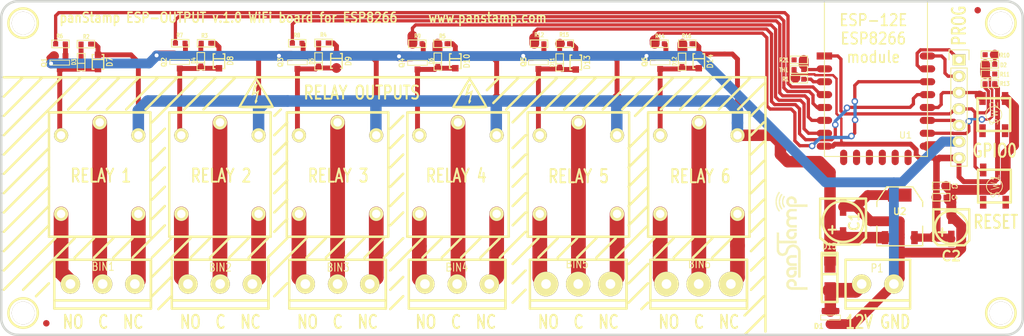
<source format=kicad_pcb>
(kicad_pcb (version 20171130) (host pcbnew "(5.1.12)-1")
  (title_block (title "6-relay board for ESP8266") (date 2016-08-11) (rev 1.1) (company "panStamp (www.panstamp.com)"))
  (layers (0 Front signal) (31 Back signal) (34 B.Paste user hide) (35 F.Paste user hide) (36 B.SilkS user hide) (37 F.SilkS user hide) (38 B.Mask user hide) (39 F.Mask user hide) (44 Edge.Cuts user))
  (net 0 "")
  (net 1 +12V)
  (net 2 +3.3V)
  (net 3 /RESET)
  (net 4 /RXD)
  (net 5 /TXD)
  (net 6 BINOUT0)
  (net 7 BINOUT1)
  (net 8 BINOUT2)
  (net 9 BINOUT3)
  (net 10 GND)
  (net 11 "Net-(BIN1-Pad1)")
  (net 12 "Net-(BIN1-Pad2)")
  (net 13 "Net-(BIN1-Pad3)")
  (net 14 "Net-(BIN2-Pad1)")
  (net 15 "Net-(BIN2-Pad2)")
  (net 16 "Net-(BIN2-Pad3)")
  (net 17 "Net-(BIN3-Pad1)")
  (net 18 "Net-(BIN3-Pad2)")
  (net 19 "Net-(BIN3-Pad3)")
  (net 20 "Net-(BIN4-Pad1)")
  (net 21 "Net-(BIN4-Pad2)")
  (net 22 "Net-(BIN4-Pad3)")
  (net 23 "Net-(D3-Pad2)")
  (net 24 "Net-(D3-Pad1)")
  (net 25 "Net-(D4-Pad2)")
  (net 26 "Net-(D4-Pad1)")
  (net 27 "Net-(D5-Pad2)")
  (net 28 "Net-(D5-Pad1)")
  (net 29 "Net-(Q1-Pad2)")
  (net 30 "Net-(Q2-Pad2)")
  (net 31 "Net-(Q3-Pad2)")
  (net 32 "Net-(Q4-Pad2)")
  (net 33 "Net-(R1-Pad1)")
  (net 34 /GPIO2)
  (net 35 /ADC)
  (net 36 +12C)
  (net 37 "Net-(U1-Pad9)")
  (net 38 "Net-(U1-Pad10)")
  (net 39 "Net-(U1-Pad11)")
  (net 40 "Net-(U1-Pad12)")
  (net 41 "Net-(U1-Pad13)")
  (net 42 "Net-(U1-Pad14)")
  (net 43 "Net-(BIN5-Pad1)")
  (net 44 "Net-(BIN5-Pad2)")
  (net 45 "Net-(BIN5-Pad3)")
  (net 46 "Net-(BIN6-Pad1)")
  (net 47 "Net-(BIN6-Pad2)")
  (net 48 "Net-(BIN6-Pad3)")
  (net 49 "Net-(D2-Pad1)")
  (net 50 /GPIO15)
  (net 51 "Net-(D11-Pad1)")
  (net 52 "Net-(D11-Pad2)")
  (net 53 "Net-(D12-Pad1)")
  (net 54 "Net-(D12-Pad2)")
  (net 55 /GPIO0)
  (net 56 "Net-(Q5-Pad2)")
  (net 57 "Net-(Q6-Pad2)")
  (net 58 BINOUT4)
  (net 59 BINOUT5)
  (net 60 "Net-(D6-Pad2)")
  (net 61 "Net-(D10-Pad2)")
  (module ESP8266:ESP-12E (layer Front) (at 164.4 74.7)
    (fp_text reference U1 (at 12.6 12.3) (layer F.SilkS))
    (fp_text value ESP-12E hide)
    (pad 9 smd oval (at 2.99 15.75 90) (size 2.4 1.1) (layers Front F.Mask) (net 37 "Net-(U1-Pad9)"))
    (pad 10 smd oval (at 4.99 15.75 90) (size 2.4 1.1) (layers Front F.Mask) (net 38 "Net-(U1-Pad10)"))
    (pad 11 smd oval (at 6.99 15.75 90) (size 2.4 1.1) (layers Front F.Mask) (net 39 "Net-(U1-Pad11)"))
    (pad 12 smd oval (at 8.99 15.75 90) (size 2.4 1.1) (layers Front F.Mask) (net 40 "Net-(U1-Pad12)"))
    (pad 13 smd oval (at 10.99 15.75 90) (size 2.4 1.1) (layers Front F.Mask) (net 41 "Net-(U1-Pad13)"))
    (pad 14 smd oval (at 12.99 15.75 90) (size 2.4 1.1) (layers Front F.Mask) (net 42 "Net-(U1-Pad14)"))
    (pad 1 smd rect (at 0 0) (size 2.4 1.1) (layers Front F.Mask) (net 3 /RESET))
    (pad 2 smd oval (at 0 2) (size 2.4 1.1) (layers Front F.Mask) (net 35 /ADC))
    (pad 3 smd oval (at 0 4) (size 2.4 1.1) (layers Front F.Mask) (net 33 "Net-(R1-Pad1)"))
    (pad 4 smd oval (at 0 6) (size 2.4 1.1) (layers Front F.Mask) (net 6 BINOUT0))
    (pad 5 smd oval (at 0 8) (size 2.4 1.1) (layers Front F.Mask) (net 7 BINOUT1))
    (pad 6 smd oval (at 0 10) (size 2.4 1.1) (layers Front F.Mask) (net 8 BINOUT2))
    (pad 7 smd oval (at 0 12) (size 2.4 1.1) (layers Front F.Mask) (net 9 BINOUT3))
    (pad 8 smd oval (at 0 14) (size 2.4 1.1) (layers Front F.Mask) (net 2 +3.3V))
    (pad 15 smd oval (at 16 14) (size 2.4 1.1) (layers Front F.Mask) (net 10 GND))
    (pad 16 smd oval (at 16 12) (size 2.4 1.1) (layers Front F.Mask) (net 50 /GPIO15))
    (pad 17 smd oval (at 16 10) (size 2.4 1.1) (layers Front F.Mask) (net 34 /GPIO2))
    (pad 18 smd oval (at 16 8) (size 2.4 1.1) (layers Front F.Mask) (net 55 /GPIO0))
    (pad 19 smd oval (at 16 6) (size 2.4 1.1) (layers Front F.Mask) (net 58 BINOUT4))
    (pad 20 smd oval (at 16 4) (size 2.4 1.1) (layers Front F.Mask) (net 59 BINOUT5))
    (pad 21 smd oval (at 16 2) (size 2.4 1.1) (layers Front F.Mask) (net 4 /RXD))
    (pad 22 smd oval (at 16 0) (size 2.4 1.1) (layers Front F.Mask) (net 5 /TXD))
  )
  (module SONGLE_RELAY_10A (layer Front) (at 70.5596 93.1135 270)
    (fp_text reference U4 hide)
    (fp_text value SONGLE_RELAY_10A hide)
    (pad 1 thru_hole circle (at -6.10108 -5.99948 270) (size 2.19964 2.19964) (drill 1.30048) (layers *.Cu *.Mask F.SilkS) (net 36 +12C))
    (pad 2 thru_hole circle (at -8.10006 0 270) (size 2.19964 2.19964) (drill 1.30048) (layers *.Cu *.Mask F.SilkS) (net 15 "Net-(BIN2-Pad2)"))
    (pad 3 thru_hole circle (at -6.10108 5.99948 270) (size 2.19964 2.19964) (drill 1.30048) (layers *.Cu *.Mask F.SilkS) (net 26 "Net-(D4-Pad1)"))
    (pad 4 thru_hole circle (at 6.10108 5.99948 270) (size 2.19964 2.19964) (drill 1.30048) (layers *.Cu *.Mask F.SilkS) (net 14 "Net-(BIN2-Pad1)"))
    (pad 5 thru_hole circle (at 6.10108 -5.99948 270) (size 2.19964 2.19964) (drill 1.30048) (layers *.Cu *.Mask F.SilkS) (net 16 "Net-(BIN2-Pad3)"))
  )
  (module 1pin (layer Front) (at 40 69.6)
    (fp_text reference 1PIN_4 hide)
    (fp_text value P*** hide)
    (pad 1 thru_hole circle (at 0 0) (size 3.50012 3.50012) (drill 3.50012) (layers *.Cu *.Mask F.SilkS))
  )
  (module 1pin (layer Front) (at 40 114.6)
    (fp_text reference 1PIN_3 hide)
    (fp_text value P*** hide)
    (pad 1 thru_hole circle (at 0 0) (size 3.50012 3.50012) (drill 3.50012) (layers *.Cu *.Mask F.SilkS))
  )
  (module 1pin (layer Front) (at 191.8 114.6)
    (fp_text reference 1PIN_2 hide)
    (fp_text value P*** hide)
    (pad 1 thru_hole circle (at 0 0) (size 3.50012 3.50012) (drill 3.50012) (layers *.Cu *.Mask F.SilkS))
  )
  (module 1pin (layer Front) (at 191.8 69.6)
    (fp_text reference 1PIN hide)
    (fp_text value P*** hide)
    (pad 1 thru_hole circle (at 0 0) (size 3.50012 3.50012) (drill 3.50012) (layers *.Cu *.Mask F.SilkS))
  )
  (module switch-tact-noah (layer Front) (at 190.8 94.9 270)
    (fp_text reference SW1 (at 0 -0.127 270) (layer F.SilkS) (effects (font (size 1.27 1.27) (thickness 0.0889))))
    (fp_text value SW_PUSH_SMALL hide)
    (pad 1 smd rect (at -2.49936 -1.75006 270) (size 1.99898 1.00076) (layers Front F.Paste F.Mask) (net 10 GND))
    (pad 3 smd rect (at 2.49936 -1.75006 270) (size 1.99898 1.00076) (layers Front F.Paste F.Mask))
    (pad 2 smd rect (at -2.49936 1.75006 270) (size 1.99898 1.00076) (layers Front F.Paste F.Mask) (net 3 /RESET))
    (pad 4 smd rect (at 2.49936 1.75006 270) (size 1.99898 1.00076) (layers Front F.Paste F.Mask))
  )
  (module SM0603S (layer Front) (at 101.195 72.796)
    (fp_text reference R9 (at 0.03556 -1.18364) (layer F.SilkS) (effects (font (size 0.635 0.508) (thickness 0.127))))
    (fp_text value 2k2 hide)
    (pad 2 smd rect (at 0.7493 0) (size 0.7874 0.762) (layers Front F.Paste F.Mask) (net 32 "Net-(Q4-Pad2)"))
    (pad 1 smd rect (at -0.7493 0) (size 0.7874 0.762) (layers Front F.Paste F.Mask) (net 9 BINOUT3))
  )
  (module SM0603S (layer Front) (at 82.5484 72.7198)
    (fp_text reference R8 (at -0.03556 -1.2192) (layer F.SilkS) (effects (font (size 0.635 0.508) (thickness 0.127))))
    (fp_text value 2k2 hide)
    (pad 2 smd rect (at 0.7493 0) (size 0.7874 0.762) (layers Front F.Paste F.Mask) (net 31 "Net-(Q3-Pad2)"))
    (pad 1 smd rect (at -0.7493 0) (size 0.7874 0.762) (layers Front F.Paste F.Mask) (net 8 BINOUT2))
  )
  (module SM0603S (layer Front) (at 64.3925 72.7173)
    (fp_text reference R7 (at -0.08128 -1.2192) (layer F.SilkS) (effects (font (size 0.635 0.508) (thickness 0.127))))
    (fp_text value 2k2 hide)
    (pad 2 smd rect (at 0.7493 0) (size 0.7874 0.762) (layers Front F.Paste F.Mask) (net 30 "Net-(Q2-Pad2)"))
    (pad 1 smd rect (at -0.7493 0) (size 0.7874 0.762) (layers Front F.Paste F.Mask) (net 7 BINOUT1))
  )
  (module SM0603S (layer Front) (at 45.7971 72.8316)
    (fp_text reference R6 (at -0.11684 -1.2192) (layer F.SilkS) (effects (font (size 0.635 0.508) (thickness 0.127))))
    (fp_text value 2k2 hide)
    (pad 2 smd rect (at 0.7493 0) (size 0.7874 0.762) (layers Front F.Paste F.Mask) (net 29 "Net-(Q1-Pad2)"))
    (pad 1 smd rect (at -0.7493 0) (size 0.7874 0.762) (layers Front F.Paste F.Mask) (net 6 BINOUT0))
  )
  (module SM0603S (layer Front) (at 105.081 72.796 180)
    (fp_text reference R5 (at -0.01016 1.15824 180) (layer F.SilkS) (effects (font (size 0.635 0.508) (thickness 0.127))))
    (fp_text value 1k5 hide)
    (pad 2 smd rect (at 0.7493 0 180) (size 0.7874 0.762) (layers Front F.Paste F.Mask) (net 60 "Net-(D6-Pad2)"))
    (pad 1 smd rect (at -0.7493 0 180) (size 0.7874 0.762) (layers Front F.Paste F.Mask) (net 36 +12C))
  )
  (module SM0603S (layer Front) (at 86.6276 72.6792 180)
    (fp_text reference R4 (at 0 1.25476 180) (layer F.SilkS) (effects (font (size 0.635 0.508) (thickness 0.127))))
    (fp_text value 1k5 hide)
    (pad 2 smd rect (at 0.7493 0 180) (size 0.7874 0.762) (layers Front F.Paste F.Mask) (net 27 "Net-(D5-Pad2)"))
    (pad 1 smd rect (at -0.7493 0 180) (size 0.7874 0.762) (layers Front F.Paste F.Mask) (net 36 +12C))
  )
  (module SM0603S (layer Front) (at 68.3955 72.7224 180)
    (fp_text reference R3 (at 0.23368 1.17348 180) (layer F.SilkS) (effects (font (size 0.635 0.508) (thickness 0.127))))
    (fp_text value 1k5 hide)
    (pad 2 smd rect (at 0.7493 0 180) (size 0.7874 0.762) (layers Front F.Paste F.Mask) (net 25 "Net-(D4-Pad2)"))
    (pad 1 smd rect (at -0.7493 0 180) (size 0.7874 0.762) (layers Front F.Paste F.Mask) (net 36 +12C))
  )
  (module SM0603S (layer Front) (at 49.7443 72.857)
    (fp_text reference R2 (at 0.0508 -1.143) (layer F.SilkS) (effects (font (size 0.635 0.508) (thickness 0.127))))
    (fp_text value 1k5 hide)
    (pad 2 smd rect (at 0.7493 0) (size 0.7874 0.762) (layers Front F.Paste F.Mask) (net 36 +12C))
    (pad 1 smd rect (at -0.7493 0) (size 0.7874 0.762) (layers Front F.Paste F.Mask) (net 23 "Net-(D3-Pad2)"))
  )
  (module SM0603S (layer Front) (at 182.541 96.6267)
    (fp_text reference C4 (at 2.0828 0.0508) (layer F.SilkS) (effects (font (size 0.635 0.508) (thickness 0.127))))
    (fp_text value 100n hide)
    (pad 2 smd rect (at 0.7493 0) (size 0.7874 0.762) (layers Front F.Paste F.Mask) (net 10 GND))
    (pad 1 smd rect (at -0.7493 0) (size 0.7874 0.762) (layers Front F.Paste F.Mask) (net 2 +3.3V))
  )
  (module SM0603S (layer Front) (at 182.546 94.8792)
    (fp_text reference C3 (at 2.0828 0.0508) (layer F.SilkS) (effects (font (size 0.635 0.508) (thickness 0.127))))
    (fp_text value 1u hide)
    (pad 2 smd rect (at 0.7493 0) (size 0.7874 0.762) (layers Front F.Paste F.Mask) (net 10 GND))
    (pad 1 smd rect (at -0.7493 0) (size 0.7874 0.762) (layers Front F.Paste F.Mask) (net 2 +3.3V))
  )
  (module SMDCPOL_5 (layer Front) (at 184.1 101.3 90)
    (fp_text reference C2 (at -4.47294 -0.0127 180) (layer F.SilkS) (effects (font (size 1.524 1.524) (thickness 0.3048))))
    (fp_text value 22u hide)
    (fp_text user + (at -0.762 -1.524 90) (layer F.SilkS) (effects (font (size 1.524 1.524) (thickness 0.3048))))
    (pad 1 smd rect (at -1.778 0 90) (size 2.49936 1.00076) (layers Front F.Paste F.Mask) (net 2 +3.3V))
    (pad 2 smd rect (at 1.778 0 90) (size 2.49936 1.00076) (layers Front F.Paste F.Mask) (net 10 GND))
  )
  (module SMDCPOL_6.3 (layer Front) (at 167.3 100.4 90)
    (fp_text reference C1 (at 0 1.7272 90) (layer F.SilkS) (effects (font (size 1.524 1.524) (thickness 0.3048))))
    (fp_text value 47u hide)
    (fp_text user + (at -1.27 -1.778 90) (layer F.SilkS) (effects (font (size 1.524 1.524) (thickness 0.3048))))
    (pad 2 smd rect (at 2.286 0 90) (size 2.79908 1.00076) (layers Front F.Paste F.Mask) (net 10 GND))
    (pad 1 smd rect (at -2.286 0 90) (size 2.79908 1.00076) (layers Front F.Paste F.Mask) (net 36 +12C))
  )
  (module SOT223 (layer Front) (at 176.1 99.6)
    (fp_text reference U2 (at 0 -0.762) (layer F.SilkS) (effects (font (size 1.016 1.016) (thickness 0.2032))))
    (fp_text value UA78M33 hide)
    (pad 4 smd rect (at 0 -3.302) (size 3.6576 2.032) (layers Front F.Paste F.Mask) (net 10 GND))
    (pad 2 smd rect (at 0 3.302) (size 1.016 2.032) (layers Front F.Paste F.Mask) (net 10 GND))
    (pad 3 smd rect (at 2.286 3.302) (size 1.016 2.032) (layers Front F.Paste F.Mask) (net 2 +3.3V))
    (pad 1 smd rect (at -2.286 3.302) (size 1.016 2.032) (layers Front F.Paste F.Mask) (net 36 +12C))
  )
  (module SOT23EBC (layer Front) (at 101.23 75.7678)
    (fp_text reference Q4 (at -2.4384 0.01016 90) (layer F.SilkS) (effects (font (size 0.762 0.762) (thickness 0.1524))))
    (fp_text value NPN hide)
    (pad 1 smd rect (at -0.889 -1.016) (size 0.9144 0.9144) (layers Front F.Paste F.Mask) (net 10 GND))
    (pad 2 smd rect (at 0.889 -1.016) (size 0.9144 0.9144) (layers Front F.Paste F.Mask) (net 32 "Net-(Q4-Pad2)"))
    (pad 3 smd rect (at 0 1.016) (size 0.9144 0.9144) (layers Front F.Paste F.Mask) (net 61 "Net-(D10-Pad2)"))
  )
  (module SOT23EBC (layer Front) (at 82.589 75.6916)
    (fp_text reference Q3 (at -2.63144 0 90) (layer F.SilkS) (effects (font (size 0.762 0.762) (thickness 0.1524))))
    (fp_text value NPN hide)
    (pad 1 smd rect (at -0.889 -1.016) (size 0.9144 0.9144) (layers Front F.Paste F.Mask) (net 10 GND))
    (pad 2 smd rect (at 0.889 -1.016) (size 0.9144 0.9144) (layers Front F.Paste F.Mask) (net 31 "Net-(Q3-Pad2)"))
    (pad 3 smd rect (at 0 1.016) (size 0.9144 0.9144) (layers Front F.Paste F.Mask) (net 28 "Net-(D5-Pad1)"))
  )
  (module SOT23EBC (layer Front) (at 64.3112 75.6281)
    (fp_text reference Q2 (at -2.4384 0.03556 90) (layer F.SilkS) (effects (font (size 0.762 0.762) (thickness 0.1524))))
    (fp_text value NPN hide)
    (pad 1 smd rect (at -0.889 -1.016) (size 0.9144 0.9144) (layers Front F.Paste F.Mask) (net 10 GND))
    (pad 2 smd rect (at 0.889 -1.016) (size 0.9144 0.9144) (layers Front F.Paste F.Mask) (net 30 "Net-(Q2-Pad2)"))
    (pad 3 smd rect (at 0 1.016) (size 0.9144 0.9144) (layers Front F.Paste F.Mask) (net 26 "Net-(D4-Pad1)"))
  )
  (module SOT23EBC (layer Front) (at 45.6854 75.7374)
    (fp_text reference Q1 (at -2.41808 -0.03556 90) (layer F.SilkS) (effects (font (size 0.762 0.762) (thickness 0.1524))))
    (fp_text value NPN hide)
    (pad 1 smd rect (at -0.889 -1.016) (size 0.9144 0.9144) (layers Front F.Paste F.Mask) (net 10 GND))
    (pad 2 smd rect (at 0.889 -1.016) (size 0.9144 0.9144) (layers Front F.Paste F.Mask) (net 29 "Net-(Q1-Pad2)"))
    (pad 3 smd rect (at 0 1.016) (size 0.9144 0.9144) (layers Front F.Paste F.Mask) (net 24 "Net-(D3-Pad1)"))
  )
  (module terminal_block_5mm_2P (layer Front) (at 172.7 110.132)
    (fp_text reference P1 (at -0.127 -2.4765) (layer F.SilkS) (effects (font (size 1.27 1.016) (thickness 0.1524))))
    (fp_text value CONN_2 hide)
    (pad 1 thru_hole circle (at -2.51714 -0.0254) (size 2.99974 2.99974) (drill 1.4986) (layers *.Cu *.Mask F.SilkS) (net 1 +12V))
    (pad 2 thru_hole circle (at 2.48412 -0.0254) (size 2.99974 2.99974) (drill 1.4986) (layers *.Cu *.Mask F.SilkS) (net 10 GND))
  )
  (module terminal_block_5mm_3P (layer Front) (at 107.4 110.132)
    (fp_text reference BIN4 (at -0.0635 -2.6035) (layer F.SilkS) (effects (font (size 1.27 1.016) (thickness 0.1524))))
    (fp_text value CONN_3 hide)
    (pad 1 thru_hole circle (at -5.01904 -0.0254) (size 2.99974 2.99974) (drill 1.4986) (layers *.Cu *.Mask F.SilkS) (net 20 "Net-(BIN4-Pad1)"))
    (pad 2 thru_hole circle (at -0.01778 -0.0254) (size 2.99974 2.99974) (drill 1.4986) (layers *.Cu *.Mask F.SilkS) (net 21 "Net-(BIN4-Pad2)"))
    (pad 3 thru_hole circle (at 4.98094 -0.0254) (size 2.99974 2.99974) (drill 1.4986) (layers *.Cu *.Mask F.SilkS) (net 22 "Net-(BIN4-Pad3)"))
  )
  (module terminal_block_5mm_3P (layer Front) (at 88.8349 110.132)
    (fp_text reference BIN3 (at 0.0635 -2.6035) (layer F.SilkS) (effects (font (size 1.27 1.016) (thickness 0.1524))))
    (fp_text value CONN_3 hide)
    (pad 1 thru_hole circle (at -5.01904 -0.0254) (size 2.99974 2.99974) (drill 1.4986) (layers *.Cu *.Mask F.SilkS) (net 17 "Net-(BIN3-Pad1)"))
    (pad 2 thru_hole circle (at -0.01778 -0.0254) (size 2.99974 2.99974) (drill 1.4986) (layers *.Cu *.Mask F.SilkS) (net 18 "Net-(BIN3-Pad2)"))
    (pad 3 thru_hole circle (at 4.98094 -0.0254) (size 2.99974 2.99974) (drill 1.4986) (layers *.Cu *.Mask F.SilkS) (net 19 "Net-(BIN3-Pad3)"))
  )
  (module terminal_block_5mm_3P (layer Front) (at 70.6104 110.132)
    (fp_text reference BIN2 (at 0 -2.6035) (layer F.SilkS) (effects (font (size 1.27 1.016) (thickness 0.1524))))
    (fp_text value CONN_3 hide)
    (pad 1 thru_hole circle (at -5.01904 -0.0254) (size 2.99974 2.99974) (drill 1.4986) (layers *.Cu *.Mask F.SilkS) (net 14 "Net-(BIN2-Pad1)"))
    (pad 2 thru_hole circle (at -0.01778 -0.0254) (size 2.99974 2.99974) (drill 1.4986) (layers *.Cu *.Mask F.SilkS) (net 15 "Net-(BIN2-Pad2)"))
    (pad 3 thru_hole circle (at 4.98094 -0.0254) (size 2.99974 2.99974) (drill 1.4986) (layers *.Cu *.Mask F.SilkS) (net 16 "Net-(BIN2-Pad3)"))
  )
  (module terminal_block_5mm_3P (layer Front) (at 52.3605 110.132)
    (fp_text reference BIN1 (at 0.0635 -2.7305) (layer F.SilkS) (effects (font (size 1.27 1.016) (thickness 0.1524))))
    (fp_text value CONN_3 hide)
    (pad 1 thru_hole circle (at -5.01904 -0.0254) (size 2.99974 2.99974) (drill 1.4986) (layers *.Cu *.Mask F.SilkS) (net 11 "Net-(BIN1-Pad1)"))
    (pad 2 thru_hole circle (at -0.01778 -0.0254) (size 2.99974 2.99974) (drill 1.4986) (layers *.Cu *.Mask F.SilkS) (net 12 "Net-(BIN1-Pad2)"))
    (pad 3 thru_hole circle (at 4.98094 -0.0254) (size 2.99974 2.99974) (drill 1.4986) (layers *.Cu *.Mask F.SilkS) (net 13 "Net-(BIN1-Pad3)"))
  )
  (module SONGLE_RELAY_10A (layer Front) (at 107.517 93.1135 270)
    (fp_text reference U6 hide)
    (fp_text value SONGLE_RELAY_10A hide)
    (pad 1 thru_hole circle (at -6.10108 -5.99948 270) (size 2.19964 2.19964) (drill 1.30048) (layers *.Cu *.Mask F.SilkS) (net 36 +12C))
    (pad 2 thru_hole circle (at -8.10006 0 270) (size 2.19964 2.19964) (drill 1.30048) (layers *.Cu *.Mask F.SilkS) (net 21 "Net-(BIN4-Pad2)"))
    (pad 3 thru_hole circle (at -6.10108 5.99948 270) (size 2.19964 2.19964) (drill 1.30048) (layers *.Cu *.Mask F.SilkS) (net 61 "Net-(D10-Pad2)"))
    (pad 4 thru_hole circle (at 6.10108 5.99948 270) (size 2.19964 2.19964) (drill 1.30048) (layers *.Cu *.Mask F.SilkS) (net 20 "Net-(BIN4-Pad1)"))
    (pad 5 thru_hole circle (at 6.10108 -5.99948 270) (size 2.19964 2.19964) (drill 1.30048) (layers *.Cu *.Mask F.SilkS) (net 22 "Net-(BIN4-Pad3)"))
  )
  (module SONGLE_RELAY_10A (layer Front) (at 88.8222 93.1135 270)
    (fp_text reference U5 hide)
    (fp_text value SONGLE_RELAY_10A hide)
    (pad 1 thru_hole circle (at -6.10108 -5.99948 270) (size 2.19964 2.19964) (drill 1.30048) (layers *.Cu *.Mask F.SilkS) (net 36 +12C))
    (pad 2 thru_hole circle (at -8.10006 0 270) (size 2.19964 2.19964) (drill 1.30048) (layers *.Cu *.Mask F.SilkS) (net 18 "Net-(BIN3-Pad2)"))
    (pad 3 thru_hole circle (at -6.10108 5.99948 270) (size 2.19964 2.19964) (drill 1.30048) (layers *.Cu *.Mask F.SilkS) (net 28 "Net-(D5-Pad1)"))
    (pad 4 thru_hole circle (at 6.10108 5.99948 270) (size 2.19964 2.19964) (drill 1.30048) (layers *.Cu *.Mask F.SilkS) (net 17 "Net-(BIN3-Pad1)"))
    (pad 5 thru_hole circle (at 6.10108 -5.99948 270) (size 2.19964 2.19964) (drill 1.30048) (layers *.Cu *.Mask F.SilkS) (net 19 "Net-(BIN3-Pad3)"))
  )
  (module SONGLE_RELAY_10A (layer Front) (at 51.8906 93.1135 270)
    (fp_text reference U3 hide)
    (fp_text value SONGLE_RELAY_10A hide)
    (pad 1 thru_hole circle (at -6.10108 -5.99948 270) (size 2.19964 2.19964) (drill 1.30048) (layers *.Cu *.Mask F.SilkS) (net 36 +12C))
    (pad 2 thru_hole circle (at -8.10006 0 270) (size 2.19964 2.19964) (drill 1.30048) (layers *.Cu *.Mask F.SilkS) (net 12 "Net-(BIN1-Pad2)"))
    (pad 3 thru_hole circle (at -6.10108 5.99948 270) (size 2.19964 2.19964) (drill 1.30048) (layers *.Cu *.Mask F.SilkS) (net 24 "Net-(D3-Pad1)"))
    (pad 4 thru_hole circle (at 6.10108 5.99948 270) (size 2.19964 2.19964) (drill 1.30048) (layers *.Cu *.Mask F.SilkS) (net 11 "Net-(BIN1-Pad1)"))
    (pad 5 thru_hole circle (at 6.10108 -5.99948 270) (size 2.19964 2.19964) (drill 1.30048) (layers *.Cu *.Mask F.SilkS) (net 13 "Net-(BIN1-Pad3)"))
  )
  (module LOGO (layer Front) (at 76.10696 80.38556)
    (fp_text reference G***_3 hide)
    (fp_text value LOGO hide)
  )
  (module LOGO (layer Front) (at 109.2692 80.4008)
    (fp_text reference G***_2 hide)
    (fp_text value LOGO hide)
  )
  (module PANSTAMPLOGO (layer Front) (at 156.5 111 90)
    (fp_text reference G*** hide)
    (fp_text value PANSTAMPLOGO hide)
  )
  (module mymods:fiducial (layer Front) (at 43.6 116.2)
    (fp_text reference fiducial_2 hide)
    (fp_text value VAL** hide)
    (pad 1 smd circle (at 0 0) (size 1 1) (layers Front F.Mask) (clearance 0.5))
  )
  (module mymods:fiducial (layer Front) (at 188.2 67.6)
    (fp_text reference fiducial hide)
    (fp_text value VAL** hide)
    (pad 1 smd circle (at 0 0) (size 1 1) (layers Front F.Mask) (clearance 0.5))
  )
  (module mysmd:SM0603S (layer Front) (at 160.44 78.31 180)
    (fp_text reference R1 (at 2.07264 0 180) (layer F.SilkS) (effects (font (size 0.635 0.508) (thickness 0.127))))
    (fp_text value 10k hide)
    (pad 2 smd rect (at 0.7493 0 180) (size 0.7874 0.762) (layers Front F.Paste F.Mask) (net 2 +3.3V))
    (pad 1 smd rect (at -0.7493 0 180) (size 0.7874 0.762) (layers Front F.Paste F.Mask) (net 33 "Net-(R1-Pad1)"))
  )
  (module mysmd:SM0603S (layer Front) (at 190.1 77.5 180)
    (fp_text reference R11 (at -2.29616 -0.06604 180) (layer F.SilkS) (effects (font (size 0.635 0.508) (thickness 0.127))))
    (fp_text value 10k hide)
    (pad 2 smd rect (at 0.7493 0 180) (size 0.7874 0.762) (layers Front F.Paste F.Mask) (net 50 /GPIO15))
    (pad 1 smd rect (at -0.7493 0 180) (size 0.7874 0.762) (layers Front F.Paste F.Mask))
  )
  (module mysmd:SM0603S (layer Front) (at 190.1 79)
    (fp_text reference R13 (at 2.3 0) (layer F.SilkS) (effects (font (size 0.635 0.508) (thickness 0.127))))
    (fp_text value 10k hide)
    (pad 2 smd rect (at 0.7493 0) (size 0.7874 0.762) (layers Front F.Paste F.Mask) (net 2 +3.3V))
    (pad 1 smd rect (at -0.7493 0) (size 0.7874 0.762) (layers Front F.Paste F.Mask) (net 3 /RESET))
  )
  (module mysmd:SM0603S (layer Front) (at 160.44 75.31 180)
    (fp_text reference R21 (at 2.31648 -0.03048 180) (layer F.SilkS) (effects (font (size 0.635 0.508) (thickness 0.127))))
    (fp_text value 10k hide)
    (pad 2 smd rect (at 0.7493 0 180) (size 0.7874 0.762) (layers Front F.Paste F.Mask))
    (pad 1 smd rect (at -0.7493 0 180) (size 0.7874 0.762) (layers Front F.Paste F.Mask) (net 35 /ADC))
  )
  (module switch-tact-noah (layer Front) (at 190.7 83.8 270)
    (fp_text reference SW2 (at -0.1905 -0.03048 270) (layer F.SilkS) (effects (font (size 1.27 1.27) (thickness 0.0889))))
    (fp_text value SW_PUSH_SMALL hide)
    (pad 1 smd rect (at -2.49936 -1.75006 270) (size 1.99898 1.00076) (layers Front F.Paste F.Mask) (net 10 GND))
    (pad 3 smd rect (at 2.49936 -1.75006 270) (size 1.99898 1.00076) (layers Front F.Paste F.Mask))
    (pad 2 smd rect (at -2.49936 1.75006 270) (size 1.99898 1.00076) (layers Front F.Paste F.Mask) (net 55 /GPIO0))
    (pad 4 smd rect (at 2.49936 1.75006 270) (size 1.99898 1.00076) (layers Front F.Paste F.Mask))
  )
  (module mysmd:SM0603S (layer Front) (at 160.44 76.81)
    (fp_text reference TH1 (at -2.35458 0.06096) (layer F.SilkS) (effects (font (size 0.635 0.508) (thickness 0.127))))
    (fp_text value THERMISTOR hide)
    (pad 2 smd rect (at 0.7493 0) (size 0.7874 0.762) (layers Front F.Paste F.Mask) (net 35 /ADC))
    (pad 1 smd rect (at -0.7493 0) (size 0.7874 0.762) (layers Front F.Paste F.Mask) (net 2 +3.3V))
  )
  (module Pin_Headers:Pin_Header_Straight_1x07 (layer Front) (at 185.3 75.3)
    (fp_text reference PROG0 hide)
    (fp_text value CONN_01X07)
    (pad 1 thru_hole rect (at 0 0) (size 2.032 1.7272) (drill 1.016) (layers *.Cu *.Mask F.SilkS) (net 4 /RXD))
    (pad 2 thru_hole oval (at 0 2.54) (size 2.032 1.7272) (drill 1.016) (layers *.Cu *.Mask F.SilkS) (net 5 /TXD))
    (pad 3 thru_hole oval (at 0 5.08) (size 2.032 1.7272) (drill 1.016) (layers *.Cu *.Mask F.SilkS) (net 55 /GPIO0))
    (pad 4 thru_hole oval (at 0 7.62) (size 2.032 1.7272) (drill 1.016) (layers *.Cu *.Mask F.SilkS) (net 3 /RESET))
    (pad 5 thru_hole oval (at 0 10.16) (size 2.032 1.7272) (drill 1.016) (layers *.Cu *.Mask F.SilkS) (net 34 /GPIO2))
    (pad 6 thru_hole oval (at 0 12.7) (size 2.032 1.7272) (drill 1.016) (layers *.Cu *.Mask F.SilkS) (net 10 GND))
    (pad 7 thru_hole oval (at 0 15.24) (size 2.032 1.7272) (drill 1.016) (layers *.Cu *.Mask F.SilkS) (net 2 +3.3V))
  )
  (module mysmd:SOT23 (layer Front) (at 165.35 115.31)
    (fp_text reference D1 (at -1.82 1.34) (layer F.SilkS) (effects (font (size 0.762 0.762) (thickness 0.1905))))
    (fp_text value D_Schottky_x2_ACom_KKA hide)
    (pad 2 smd rect (at -0.889 -1.016) (size 0.9144 0.9144) (layers Front F.Paste F.Mask) (net 1 +12V))
    (pad 1 smd rect (at 0.889 -1.016) (size 0.9144 0.9144) (layers Front F.Paste F.Mask) (net 1 +12V))
    (pad 3 smd rect (at 0 1.016) (size 0.9144 0.9144) (layers Front F.Paste F.Mask) (net 10 GND))
  )
  (module myconnectors:terminal_block_5mm_3P (layer Front) (at 126.2 110.132)
    (fp_text reference BIN5 (at -0.2 -3.1315) (layer F.SilkS) (effects (font (size 1.27 1.016) (thickness 0.1524))))
    (fp_text value CONN_3 hide)
    (pad 1 thru_hole circle (at -5.01904 -0.0254) (size 3.81 3.81) (drill 1.4986) (layers *.Cu *.Mask F.SilkS) (net 43 "Net-(BIN5-Pad1)"))
    (pad 2 thru_hole circle (at -0.01778 -0.0254) (size 3.81 3.81) (drill 1.4986) (layers *.Cu *.Mask F.SilkS) (net 44 "Net-(BIN5-Pad2)"))
    (pad 3 thru_hole circle (at 4.98094 -0.0254) (size 3.81 3.81) (drill 1.4986) (layers *.Cu *.Mask F.SilkS) (net 45 "Net-(BIN5-Pad3)"))
  )
  (module myconnectors:terminal_block_5mm_3P (layer Front) (at 144.9 110.132)
    (fp_text reference BIN6 (at 0.1 -3.1315) (layer F.SilkS) (effects (font (size 1.27 1.016) (thickness 0.1524))))
    (fp_text value CONN_3 hide)
    (pad 1 thru_hole circle (at -5.01904 -0.0254) (size 3.81 3.81) (drill 1.4986) (layers *.Cu *.Mask F.SilkS) (net 46 "Net-(BIN6-Pad1)"))
    (pad 2 thru_hole circle (at -0.01778 -0.0254) (size 3.81 3.81) (drill 1.4986) (layers *.Cu *.Mask F.SilkS) (net 47 "Net-(BIN6-Pad2)"))
    (pad 3 thru_hole circle (at 4.98094 -0.0254) (size 3.81 3.81) (drill 1.4986) (layers *.Cu *.Mask F.SilkS) (net 48 "Net-(BIN6-Pad3)"))
  )
  (module mysmd:SOD323 (layer Front) (at 125.8 75.7 270)
    (fp_text reference D13 (at 0 -1.75 270) (layer F.SilkS) (effects (font (size 0.889 0.762) (thickness 0.1524))))
    (fp_text value DIODE hide)
    (pad 2 smd rect (at 1.09982 0 270) (size 1.00076 1.00076) (layers Front F.Paste F.Mask) (net 51 "Net-(D11-Pad1)"))
    (pad 1 smd rect (at -1.09982 0 270) (size 1.00076 1.00076) (layers Front F.Paste F.Mask) (net 36 +12C))
  )
  (module mysmd:SOD323 (layer Front) (at 144.9 75.5 270)
    (fp_text reference D14 (at 0.02 -1.75 270) (layer F.SilkS) (effects (font (size 0.889 0.762) (thickness 0.1524))))
    (fp_text value DIODE hide)
    (pad 2 smd rect (at 1.09982 0 270) (size 1.00076 1.00076) (layers Front F.Paste F.Mask) (net 53 "Net-(D12-Pad1)"))
    (pad 1 smd rect (at -1.09982 0 270) (size 1.00076 1.00076) (layers Front F.Paste F.Mask) (net 36 +12C))
  )
  (module libcms:SOT23EBC (layer Front) (at 120 75.7)
    (fp_text reference Q5 (at -2.3 -0.1 90) (layer F.SilkS) (effects (font (size 0.762 0.762) (thickness 0.2032))))
    (fp_text value NPN hide)
    (pad 1 smd rect (at -0.889 -1.016) (size 0.9144 0.9144) (layers Front F.Paste F.Mask) (net 10 GND))
    (pad 2 smd rect (at 0.889 -1.016) (size 0.9144 0.9144) (layers Front F.Paste F.Mask) (net 56 "Net-(Q5-Pad2)"))
    (pad 3 smd rect (at 0 1.016) (size 0.9144 0.9144) (layers Front F.Paste F.Mask) (net 51 "Net-(D11-Pad1)"))
  )
  (module libcms:SOT23EBC (layer Front) (at 138.9 75.7)
    (fp_text reference Q6 (at -2.4 -0.1 90) (layer F.SilkS) (effects (font (size 0.762 0.762) (thickness 0.2032))))
    (fp_text value NPN hide)
    (pad 1 smd rect (at -0.889 -1.016) (size 0.9144 0.9144) (layers Front F.Paste F.Mask) (net 10 GND))
    (pad 2 smd rect (at 0.889 -1.016) (size 0.9144 0.9144) (layers Front F.Paste F.Mask) (net 57 "Net-(Q6-Pad2)"))
    (pad 3 smd rect (at 0 1.016) (size 0.9144 0.9144) (layers Front F.Paste F.Mask) (net 53 "Net-(D12-Pad1)"))
  )
  (module mysmd:SM0603S (layer Front) (at 190.1 74.5)
    (fp_text reference R10 (at 2.3 0.1) (layer F.SilkS) (effects (font (size 0.635 0.508) (thickness 0.127))))
    (fp_text value 470 hide)
    (pad 2 smd rect (at 0.7493 0) (size 0.7874 0.762) (layers Front F.Paste F.Mask) (net 49 "Net-(D2-Pad1)"))
    (pad 1 smd rect (at -0.7493 0) (size 0.7874 0.762) (layers Front F.Paste F.Mask))
  )
  (module mysmd:SM0603S (layer Front) (at 120.1 72.8)
    (fp_text reference R12 (at 0.02 -1.37) (layer F.SilkS) (effects (font (size 0.635 0.508) (thickness 0.127))))
    (fp_text value 2k2 hide)
    (pad 2 smd rect (at 0.7493 0) (size 0.7874 0.762) (layers Front F.Paste F.Mask) (net 56 "Net-(Q5-Pad2)"))
    (pad 1 smd rect (at -0.7493 0) (size 0.7874 0.762) (layers Front F.Paste F.Mask) (net 58 BINOUT4))
  )
  (module mysmd:SM0603S (layer Front) (at 138.8 72.8)
    (fp_text reference R14 (at 0.0635 -1.1557) (layer F.SilkS) (effects (font (size 0.635 0.508) (thickness 0.127))))
    (fp_text value 2k2 hide)
    (pad 2 smd rect (at 0.7493 0) (size 0.7874 0.762) (layers Front F.Paste F.Mask) (net 57 "Net-(Q6-Pad2)"))
    (pad 1 smd rect (at -0.7493 0) (size 0.7874 0.762) (layers Front F.Paste F.Mask) (net 59 BINOUT5))
  )
  (module mysmd:SM0603S (layer Front) (at 124.1 72.8 180)
    (fp_text reference R15 (at 0.1 1.4 180) (layer F.SilkS) (effects (font (size 0.635 0.508) (thickness 0.127))))
    (fp_text value 1k5 hide)
    (pad 2 smd rect (at 0.7493 0 180) (size 0.7874 0.762) (layers Front F.Paste F.Mask) (net 52 "Net-(D11-Pad2)"))
    (pad 1 smd rect (at -0.7493 0 180) (size 0.7874 0.762) (layers Front F.Paste F.Mask) (net 36 +12C))
  )
  (module mymods:SONGLE_RELAY_10A (layer Front) (at 126.211 93.1135 270)
    (fp_text reference U7 hide)
    (fp_text value SONGLE_RELAY_10A hide)
    (pad 1 thru_hole circle (at -6.10108 -5.99948 270) (size 2.19964 2.19964) (drill 1.30048) (layers *.Cu *.Mask F.SilkS) (net 36 +12C))
    (pad 2 thru_hole circle (at -8.10006 0 270) (size 2.19964 2.19964) (drill 1.30048) (layers *.Cu *.Mask F.SilkS) (net 44 "Net-(BIN5-Pad2)"))
    (pad 3 thru_hole circle (at -6.10108 5.99948 270) (size 2.19964 2.19964) (drill 1.30048) (layers *.Cu *.Mask F.SilkS) (net 51 "Net-(D11-Pad1)"))
    (pad 4 thru_hole circle (at 6.10108 5.99948 270) (size 2.19964 2.19964) (drill 1.30048) (layers *.Cu *.Mask F.SilkS) (net 43 "Net-(BIN5-Pad1)"))
    (pad 5 thru_hole circle (at 6.10108 -5.99948 270) (size 2.19964 2.19964) (drill 1.30048) (layers *.Cu *.Mask F.SilkS) (net 45 "Net-(BIN5-Pad3)"))
  )
  (module mysmd:SM0603S (layer Front) (at 143.1 72.8 180)
    (fp_text reference R16 (at 0.1 1.2 180) (layer F.SilkS) (effects (font (size 0.635 0.508) (thickness 0.127))))
    (fp_text value 1k5 hide)
    (pad 2 smd rect (at 0.7493 0 180) (size 0.7874 0.762) (layers Front F.Paste F.Mask) (net 54 "Net-(D12-Pad2)"))
    (pad 1 smd rect (at -0.7493 0 180) (size 0.7874 0.762) (layers Front F.Paste F.Mask) (net 36 +12C))
  )
  (module mymods:SONGLE_RELAY_10A (layer Front) (at 144.905 93.1135 270)
    (fp_text reference U8 hide)
    (fp_text value SONGLE_RELAY_10A hide)
    (pad 1 thru_hole circle (at -6.10108 -5.99948 270) (size 2.19964 2.19964) (drill 1.30048) (layers *.Cu *.Mask F.SilkS) (net 36 +12C))
    (pad 2 thru_hole circle (at -8.10006 0 270) (size 2.19964 2.19964) (drill 1.30048) (layers *.Cu *.Mask F.SilkS) (net 47 "Net-(BIN6-Pad2)"))
    (pad 3 thru_hole circle (at -6.10108 5.99948 270) (size 2.19964 2.19964) (drill 1.30048) (layers *.Cu *.Mask F.SilkS) (net 53 "Net-(D12-Pad1)"))
    (pad 4 thru_hole circle (at 6.10108 5.99948 270) (size 2.19964 2.19964) (drill 1.30048) (layers *.Cu *.Mask F.SilkS) (net 46 "Net-(BIN6-Pad1)"))
    (pad 5 thru_hole circle (at 6.10108 -5.99948 270) (size 2.19964 2.19964) (drill 1.30048) (layers *.Cu *.Mask F.SilkS) (net 48 "Net-(BIN6-Pad3)"))
  )
  (module mysmd:SM0603S_POL (layer Front) (at 104.38 75.5748 270)
    (fp_text reference D6 (at -0.0948 1.0197 270) (layer F.SilkS) (effects (font (size 0.635 0.508) (thickness 0.127))))
    (fp_text value LED hide)
    (pad 1 smd rect (at 0.7493 0 270) (size 0.7874 0.762) (layers Front F.Paste F.Mask) (net 61 "Net-(D10-Pad2)"))
    (pad 2 smd rect (at -0.7493 0 270) (size 0.7874 0.762) (layers Front F.Paste F.Mask) (net 60 "Net-(D6-Pad2)"))
  )
  (module mysmd:SM0603S_POL (layer Front) (at 142.3 75.6 270)
    (fp_text reference D12 (at -0.06 1.18 270) (layer F.SilkS) (effects (font (size 0.635 0.508) (thickness 0.127))))
    (fp_text value LED hide)
    (pad 1 smd rect (at 0.7493 0 270) (size 0.7874 0.762) (layers Front F.Paste F.Mask) (net 53 "Net-(D12-Pad1)"))
    (pad 2 smd rect (at -0.7493 0 270) (size 0.7874 0.762) (layers Front F.Paste F.Mask) (net 54 "Net-(D12-Pad2)"))
  )
  (module mysmd:SM0603S_POL (layer Front) (at 190.1 76)
    (fp_text reference D2 (at 2.1 0.1) (layer F.SilkS) (effects (font (size 0.635 0.508) (thickness 0.127))))
    (fp_text value LED hide)
    (pad 1 smd rect (at 0.7493 0) (size 0.7874 0.762) (layers Front F.Paste F.Mask) (net 49 "Net-(D2-Pad1)"))
    (pad 2 smd rect (at -0.7493 0) (size 0.7874 0.762) (layers Front F.Paste F.Mask) (net 50 /GPIO15))
  )
  (module mysmd:SM0603S_POL (layer Front) (at 123.3 75.7 270)
    (fp_text reference D11 (at 0 1.16 270) (layer F.SilkS) (effects (font (size 0.635 0.508) (thickness 0.127))))
    (fp_text value LED hide)
    (pad 1 smd rect (at 0.7493 0 270) (size 0.7874 0.762) (layers Front F.Paste F.Mask) (net 51 "Net-(D11-Pad1)"))
    (pad 2 smd rect (at -0.7493 0 270) (size 0.7874 0.762) (layers Front F.Paste F.Mask) (net 52 "Net-(D11-Pad2)"))
  )
  (module mysmd:SOD323 (layer Front) (at 107.098 75.4986 270)
    (fp_text reference D10 (at 0.0014 -1.7725 270) (layer F.SilkS) (effects (font (size 0.889 0.762) (thickness 0.1524))))
    (fp_text value DIODE hide)
    (pad 2 smd rect (at 1.09982 0 270) (size 1.00076 1.00076) (layers Front F.Paste F.Mask) (net 61 "Net-(D10-Pad2)"))
    (pad 1 smd rect (at -1.09982 0 270) (size 1.00076 1.00076) (layers Front F.Paste F.Mask) (net 36 +12C))
  )
  (module mysmd:SOD323 (layer Front) (at 88.6444 75.463 270)
    (fp_text reference D9 (at 0.03696 -1.8556 270) (layer F.SilkS) (effects (font (size 0.889 0.762) (thickness 0.1524))))
    (fp_text value DIODE hide)
    (pad 2 smd rect (at 1.09982 0 270) (size 1.00076 1.00076) (layers Front F.Paste F.Mask) (net 28 "Net-(D5-Pad1)"))
    (pad 1 smd rect (at -1.09982 0 270) (size 1.00076 1.00076) (layers Front F.Paste F.Mask) (net 36 +12C))
  )
  (module mysmd:SOD323 (layer Front) (at 70.4072 75.5113 270)
    (fp_text reference D8 (at -0.0713 -1.7528 270) (layer F.SilkS) (effects (font (size 0.889 0.762) (thickness 0.1524))))
    (fp_text value DIODE hide)
    (pad 2 smd rect (at 1.09982 0 270) (size 1.00076 1.00076) (layers Front F.Paste F.Mask) (net 26 "Net-(D4-Pad1)"))
    (pad 1 smd rect (at -1.09982 0 270) (size 1.00076 1.00076) (layers Front F.Paste F.Mask) (net 36 +12C))
  )
  (module mysmd:SOD323 (layer Front) (at 51.6239 75.6256 270)
    (fp_text reference D7 (at 0.0044 -1.8161 270) (layer F.SilkS) (effects (font (size 0.889 0.762) (thickness 0.1524))))
    (fp_text value DIODE hide)
    (pad 2 smd rect (at 1.09982 0 270) (size 1.00076 1.00076) (layers Front F.Paste F.Mask) (net 24 "Net-(D3-Pad1)"))
    (pad 1 smd rect (at -1.09982 0 270) (size 1.00076 1.00076) (layers Front F.Paste F.Mask) (net 36 +12C))
  )
  (module mysmd:SM0603S_POL (layer Front) (at 85.8656 75.5392 270)
    (fp_text reference D5 (at -0.00924 1.10564 270) (layer F.SilkS) (effects (font (size 0.635 0.508) (thickness 0.127))))
    (fp_text value LED hide)
    (pad 1 smd rect (at 0.7493 0 270) (size 0.7874 0.762) (layers Front F.Paste F.Mask) (net 28 "Net-(D5-Pad1)"))
    (pad 2 smd rect (at -0.7493 0 270) (size 0.7874 0.762) (layers Front F.Paste F.Mask) (net 27 "Net-(D5-Pad2)"))
  )
  (module mysmd:SM0603S_POL (layer Front) (at 67.5878 75.5113 270)
    (fp_text reference D4 (at -0.1013 1.1078 270) (layer F.SilkS) (effects (font (size 0.635 0.508) (thickness 0.127))))
    (fp_text value LED hide)
    (pad 1 smd rect (at 0.7493 0 270) (size 0.7874 0.762) (layers Front F.Paste F.Mask) (net 26 "Net-(D4-Pad1)"))
    (pad 2 smd rect (at -0.7493 0 270) (size 0.7874 0.762) (layers Front F.Paste F.Mask) (net 25 "Net-(D4-Pad2)"))
  )
  (module mysmd:SM0603S_POL (layer Front) (at 49.0077 75.651 270)
    (fp_text reference D3 (at -0.021 1.1177 270) (layer F.SilkS) (effects (font (size 0.635 0.508) (thickness 0.127))))
    (fp_text value LED hide)
    (pad 1 smd rect (at 0.7493 0 270) (size 0.7874 0.762) (layers Front F.Paste F.Mask) (net 24 "Net-(D3-Pad1)"))
    (pad 2 smd rect (at -0.7493 0 270) (size 0.7874 0.762) (layers Front F.Paste F.Mask) (net 23 "Net-(D3-Pad2)"))
  )
  (module mysmd:SMA (layer Front) (at 165.27 109.08 90)
    (fp_text reference D15 (at 4.83 -0.08 180) (layer F.SilkS) (effects (font (size 0.889 0.762) (thickness 0.1524))))
    (fp_text value D_Schottky hide)
    (pad 2 smd rect (at -1.99898 0 90) (size 2.50952 1.70942) (layers Front F.Paste F.Mask) (net 1 +12V))
    (pad 1 smd rect (at 1.99898 0 90) (size 2.50952 1.70942) (layers Front F.Paste F.Mask) (net 36 +12C))
  )
  (gr_text "RELAY 6" (at 145.12 93.38) (layer F.SilkS) (effects (font (size 2.032 1.524) (thickness 0.3048))))
  (gr_text "RELAY 5" (at 126.23 93.38) (layer F.SilkS) (effects (font (size 2.032 1.524) (thickness 0.3048))))
  (gr_text "ESP-12E\nESP8266\nmodule" (at 172 72) (layer F.SilkS) (effects (font (size 1.778 1.524) (thickness 0.254))))
  (gr_text "NO  C  NC" (at 144.9 116) (layer F.SilkS) (effects (font (size 2.032 1.524) (thickness 0.3048))))
  (gr_text "NO  C  NC" (at 126.2 116) (layer F.SilkS) (effects (font (size 2.032 1.524) (thickness 0.3048))))
  (gr_text PROG (at 185.3 70 90) (layer F.SilkS) (effects (font (size 2.032 1.524) (thickness 0.3048))))
  (gr_text GPIO0 (at 190.84 89.42) (layer F.SilkS) (effects (font (size 2.032 1.524) (thickness 0.3048))))
  (gr_text "RELAY 4" (at 107.2372 93.2913) (layer F.SilkS) (effects (font (size 2.032 1.524) (thickness 0.3048))))
  (gr_text "RELAY 3" (at 88.9238 93.2913) (layer F.SilkS) (effects (font (size 2.032 1.524) (thickness 0.3048))))
  (gr_text "RELAY 2" (at 70.7247 93.2913) (layer F.SilkS) (effects (font (size 2.032 1.524) (thickness 0.3048))))
  (gr_text "RELAY 1" (at 52.0557 93.2913) (layer F.SilkS) (effects (font (size 2.032 1.524) (thickness 0.3048))))
  (gr_text "12V GND" (at 172.7 116) (layer F.SilkS) (effects (font (size 2.032 1.524) (thickness 0.3048))))
  (gr_text "NO  C  NC" (at 52.4 116) (layer F.SilkS) (effects (font (size 2.032 1.524) (thickness 0.3048))))
  (gr_text "NO  C  NC" (at 88.8095 116) (layer F.SilkS) (effects (font (size 2.032 1.524) (thickness 0.3048))))
  (gr_text "NO  C  NC" (at 107.1737 116) (layer F.SilkS) (effects (font (size 2.032 1.524) (thickness 0.3048))))
  (gr_text "NO  C  NC" (at 70.6104 116) (layer F.SilkS) (effects (font (size 2.032 1.524) (thickness 0.3048))))
  (gr_text "panStamp ESP-OUTPUT v.1.0 WiFi board for ESP8266     www.panstamp.com" (at 45.5 68.75) (layer F.SilkS) (effects (font (size 1.524 1.27) (thickness 0.254)) (justify left)))
  (gr_text RESET (at 191 100.47) (layer F.SilkS) (effects (font (size 2.032 1.524) (thickness 0.3048))))
  (gr_text "RELAY OUTPUTS" (at 92.57124 80.4008) (layer F.SilkS) (effects (font (size 2.032 1.524) (thickness 0.3048))))
  (gr_line (start 147 106) (end 150 103) (angle 90) (layer F.SilkS) (width 0.381))
  (gr_line (start 144 106) (end 147 103) (angle 90) (layer F.SilkS) (width 0.381))
  (gr_line (start 141 106) (end 144 103) (angle 90) (layer F.SilkS) (width 0.381))
  (gr_line (start 136 114) (end 137 113) (angle 90) (layer F.SilkS) (width 0.381))
  (gr_line (start 134 113) (end 137 110) (angle 90) (layer F.SilkS) (width 0.381))
  (gr_line (start 138 106) (end 141 103) (angle 90) (layer F.SilkS) (width 0.381))
  (gr_line (start 134 110) (end 137 107) (angle 90) (layer F.SilkS) (width 0.381))
  (gr_line (start 134 107) (end 138 103) (angle 90) (layer F.SilkS) (width 0.381))
  (gr_line (start 134 89) (end 137 86) (angle 90) (layer F.SilkS) (width 0.381))
  (gr_line (start 134 92) (end 137 89) (angle 90) (layer F.SilkS) (width 0.381))
  (gr_line (start 134 95) (end 137 92) (angle 90) (layer F.SilkS) (width 0.381))
  (gr_line (start 134 98) (end 137 95) (angle 90) (layer F.SilkS) (width 0.381))
  (gr_line (start 134 101) (end 137 98) (angle 90) (layer F.SilkS) (width 0.381))
  (gr_line (start 132 106) (end 137 101) (angle 90) (layer F.SilkS) (width 0.381))
  (gr_line (start 129 106) (end 132 103) (angle 90) (layer F.SilkS) (width 0.381))
  (gr_line (start 126 106) (end 129 103) (angle 90) (layer F.SilkS) (width 0.381))
  (gr_line (start 123 106) (end 126 103) (angle 90) (layer F.SilkS) (width 0.381))
  (gr_line (start 120 106) (end 123 103) (angle 90) (layer F.SilkS) (width 0.381))
  (gr_line (start 116 89) (end 118 87) (angle 90) (layer F.SilkS) (width 0.381))
  (gr_line (start 116 92) (end 118 90) (angle 90) (layer F.SilkS) (width 0.381))
  (gr_line (start 116 95) (end 118 93) (angle 90) (layer F.SilkS) (width 0.381))
  (gr_line (start 116 98) (end 118 96) (angle 90) (layer F.SilkS) (width 0.381))
  (gr_line (start 116 101) (end 118 99) (angle 90) (layer F.SilkS) (width 0.381))
  (gr_line (start 116 113) (end 118 111) (angle 90) (layer F.SilkS) (width 0.381))
  (gr_line (start 116 110) (end 118 108) (angle 90) (layer F.SilkS) (width 0.381))
  (gr_line (start 116 107) (end 120 103) (angle 90) (layer F.SilkS) (width 0.381))
  (gr_line (start 114 106) (end 118 102) (angle 90) (layer F.SilkS) (width 0.381))
  (gr_line (start 111 106) (end 114 103) (angle 90) (layer F.SilkS) (width 0.381))
  (gr_line (start 108 106) (end 111 103) (angle 90) (layer F.SilkS) (width 0.381))
  (gr_line (start 105 106) (end 108 103) (angle 90) (layer F.SilkS) (width 0.381))
  (gr_line (start 97 114) (end 99 112) (angle 90) (layer F.SilkS) (width 0.381))
  (gr_line (start 97 111) (end 99 109) (angle 90) (layer F.SilkS) (width 0.381))
  (gr_line (start 102 106) (end 105 103) (angle 90) (layer F.SilkS) (width 0.381))
  (gr_line (start 97 108) (end 102 103) (angle 90) (layer F.SilkS) (width 0.381))
  (gr_line (start 97 86) (end 99 84) (angle 90) (layer F.SilkS) (width 0.381))
  (gr_line (start 97 89) (end 99 87) (angle 90) (layer F.SilkS) (width 0.381))
  (gr_line (start 97 92) (end 99 90) (angle 90) (layer F.SilkS) (width 0.381))
  (gr_line (start 97 95) (end 99 93) (angle 90) (layer F.SilkS) (width 0.381))
  (gr_line (start 97 98) (end 99 96) (angle 90) (layer F.SilkS) (width 0.381))
  (gr_line (start 97 101) (end 99 99) (angle 90) (layer F.SilkS) (width 0.381))
  (gr_line (start 96 106) (end 99 103) (angle 90) (layer F.SilkS) (width 0.381))
  (gr_line (start 93 106) (end 96 103) (angle 90) (layer F.SilkS) (width 0.381))
  (gr_line (start 90 106) (end 93 103) (angle 90) (layer F.SilkS) (width 0.381))
  (gr_line (start 87 106) (end 90 103) (angle 90) (layer F.SilkS) (width 0.381))
  (gr_line (start 84 106) (end 87 103) (angle 90) (layer F.SilkS) (width 0.381))
  (gr_line (start 79 112) (end 81 110) (angle 90) (layer F.SilkS) (width 0.381))
  (gr_line (start 78 109) (end 84 103) (angle 90) (layer F.SilkS) (width 0.381))
  (gr_line (start 79 84) (end 80 83) (angle 90) (layer F.SilkS) (width 0.381))
  (gr_line (start 79 87) (end 81 85) (angle 90) (layer F.SilkS) (width 0.381))
  (gr_line (start 79 90) (end 81 88) (angle 90) (layer F.SilkS) (width 0.381))
  (gr_line (start 79 93) (end 81 91) (angle 90) (layer F.SilkS) (width 0.381))
  (gr_line (start 79 96) (end 81 94) (angle 90) (layer F.SilkS) (width 0.381))
  (gr_line (start 79 99) (end 81 97) (angle 90) (layer F.SilkS) (width 0.381))
  (gr_line (start 79 102) (end 81 100) (angle 90) (layer F.SilkS) (width 0.381))
  (gr_line (start 78 106) (end 81 103) (angle 90) (layer F.SilkS) (width 0.381))
  (gr_line (start 78 103) (end 75 106) (angle 90) (layer F.SilkS) (width 0.381))
  (gr_line (start 63 112) (end 61 114) (angle 90) (layer F.SilkS) (width 0.381))
  (gr_line (start 63 109) (end 60 112) (angle 90) (layer F.SilkS) (width 0.381))
  (gr_line (start 72 106) (end 75 103) (angle 90) (layer F.SilkS) (width 0.381))
  (gr_line (start 69 106) (end 72 103) (angle 90) (layer F.SilkS) (width 0.381))
  (gr_line (start 66 106) (end 69 103) (angle 90) (layer F.SilkS) (width 0.381))
  (gr_line (start 60 109) (end 66 103) (angle 90) (layer F.SilkS) (width 0.381))
  (gr_line (start 60 106) (end 63 103) (angle 90) (layer F.SilkS) (width 0.381))
  (gr_line (start 60 88) (end 62 86) (angle 90) (layer F.SilkS) (width 0.381))
  (gr_line (start 60 91) (end 62 89) (angle 90) (layer F.SilkS) (width 0.381))
  (gr_line (start 60 94) (end 62 92) (angle 90) (layer F.SilkS) (width 0.381))
  (gr_line (start 60 97) (end 62 95) (angle 90) (layer F.SilkS) (width 0.381))
  (gr_line (start 60 100) (end 62 98) (angle 90) (layer F.SilkS) (width 0.381))
  (gr_line (start 57 106) (end 62 101) (angle 90) (layer F.SilkS) (width 0.381))
  (gr_line (start 54 106) (end 57 103) (angle 90) (layer F.SilkS) (width 0.381))
  (gr_line (start 51 106) (end 54 103) (angle 90) (layer F.SilkS) (width 0.381))
  (gr_line (start 48 106) (end 51 103) (angle 90) (layer F.SilkS) (width 0.381))
  (gr_line (start 44 110) (end 42 112) (angle 90) (layer F.SilkS) (width 0.381))
  (gr_line (start 48 103) (end 40 111) (angle 90) (layer F.SilkS) (width 0.381))
  (gr_line (start 45 103) (end 37 111) (angle 90) (layer F.SilkS) (width 0.381))
  (gr_line (start 44 101) (end 37 108) (angle 90) (layer F.SilkS) (width 0.381))
  (gr_line (start 44 98) (end 37 105) (angle 90) (layer F.SilkS) (width 0.381))
  (gr_line (start 44 95) (end 37 102) (angle 90) (layer F.SilkS) (width 0.381))
  (gr_line (start 44 92) (end 37 99) (angle 90) (layer F.SilkS) (width 0.381))
  (gr_line (start 44 89) (end 37 96) (angle 90) (layer F.SilkS) (width 0.381))
  (gr_line (start 44 86) (end 37 93) (angle 90) (layer F.SilkS) (width 0.381))
  (gr_line (start 40 78) (end 37 81) (angle 90) (layer F.SilkS) (width 0.381))
  (gr_line (start 43 78) (end 37 84) (angle 90) (layer F.SilkS) (width 0.381))
  (gr_line (start 46 78) (end 37 87) (angle 90) (layer F.SilkS) (width 0.381))
  (gr_line (start 49 78) (end 37 90) (angle 90) (layer F.SilkS) (width 0.381))
  (gr_line (start 52 78) (end 47 83) (angle 90) (layer F.SilkS) (width 0.381))
  (gr_line (start 55 78) (end 50 83) (angle 90) (layer F.SilkS) (width 0.381))
  (gr_line (start 58 78) (end 53 83) (angle 90) (layer F.SilkS) (width 0.381))
  (gr_line (start 61 78) (end 56 83) (angle 90) (layer F.SilkS) (width 0.381))
  (gr_line (start 64 78) (end 59 83) (angle 90) (layer F.SilkS) (width 0.381))
  (gr_line (start 67 78) (end 60 85) (angle 90) (layer F.SilkS) (width 0.381))
  (gr_line (start 70 78) (end 65 83) (angle 90) (layer F.SilkS) (width 0.381))
  (gr_line (start 73 78) (end 68 83) (angle 90) (layer F.SilkS) (width 0.381))
  (gr_line (start 114 78) (end 112 80) (angle 90) (layer F.SilkS) (width 0.381))
  (gr_line (start 117 78) (end 113 82) (angle 90) (layer F.SilkS) (width 0.381))
  (gr_line (start 120 78) (end 115 83) (angle 90) (layer F.SilkS) (width 0.381))
  (gr_line (start 123 78) (end 116 85) (angle 90) (layer F.SilkS) (width 0.381))
  (gr_line (start 126 78) (end 121 83) (angle 90) (layer F.SilkS) (width 0.381))
  (gr_line (start 129 78) (end 124 83) (angle 90) (layer F.SilkS) (width 0.381))
  (gr_line (start 132 78) (end 127 83) (angle 90) (layer F.SilkS) (width 0.381))
  (gr_line (start 135 78) (end 130 83) (angle 90) (layer F.SilkS) (width 0.381))
  (gr_line (start 138 78) (end 133 83) (angle 90) (layer F.SilkS) (width 0.381))
  (gr_line (start 141 78) (end 135 84) (angle 90) (layer F.SilkS) (width 0.381))
  (gr_line (start 144 78) (end 139 83) (angle 90) (layer F.SilkS) (width 0.381))
  (gr_line (start 147 78) (end 142 83) (angle 90) (layer F.SilkS) (width 0.381))
  (gr_line (start 150 78) (end 145 83) (angle 90) (layer F.SilkS) (width 0.381))
  (gr_line (start 148 83) (end 153 78) (angle 90) (layer F.SilkS) (width 0.381))
  (gr_line (start 151 83) (end 155 79) (angle 90) (layer F.SilkS) (width 0.381))
  (gr_line (start 153 84) (end 155 82) (angle 90) (layer F.SilkS) (width 0.381))
  (gr_line (start 153 87) (end 155 85) (angle 90) (layer F.SilkS) (width 0.381))
  (gr_line (start 153 90) (end 155 88) (angle 90) (layer F.SilkS) (width 0.381))
  (gr_line (start 153 93) (end 155 91) (angle 90) (layer F.SilkS) (width 0.381))
  (gr_line (start 153 96) (end 155 94) (angle 90) (layer F.SilkS) (width 0.381))
  (gr_line (start 153 99) (end 155 97) (angle 90) (layer F.SilkS) (width 0.381))
  (gr_line (start 153 102) (end 155 100) (angle 90) (layer F.SilkS) (width 0.381))
  (gr_line (start 153 105) (end 155 103) (angle 90) (layer F.SilkS) (width 0.381))
  (gr_line (start 153 108) (end 155 106) (angle 90) (layer F.SilkS) (width 0.381))
  (gr_line (start 153 111) (end 155 109) (angle 90) (layer F.SilkS) (width 0.381))
  (gr_line (start 152 115) (end 155 112) (angle 90) (layer F.SilkS) (width 0.381))
  (gr_line (start 152 118) (end 155 115) (angle 90) (layer F.SilkS) (width 0.381))
  (gr_line (start 155.25 78) (end 155.25 117.5) (angle 90) (layer F.SilkS) (width 0.381))
  (gr_line (start 37 78) (end 155.25 78) (angle 90) (layer F.SilkS) (width 0.381))
  (gr_line (start 39.2 66.2) (end 192.6 66.2) (angle 90) (layer Edge.Cuts) (width 0.381))
  (gr_line (start 36.6 115.4) (end 36.6 68.8) (angle 90) (layer Edge.Cuts) (width 0.381))
  (gr_line (start 192.6 118) (end 39.2 118) (angle 90) (layer Edge.Cuts) (width 0.381))
  (gr_line (start 195.2 68.8) (end 195.2 115.4) (angle 90) (layer Edge.Cuts) (width 0.381))
  (gr_arc (start 39.2 115.4) (end 39.2 118) (angle 90) (layer Edge.Cuts) (width 0.381))
  (gr_arc (start 39.2 68.8) (end 36.6 68.8) (angle 90) (layer Edge.Cuts) (width 0.381))
  (gr_arc (start 192.6 115.4) (end 195.2 115.4) (angle 90) (layer Edge.Cuts) (width 0.381))
  (gr_arc (start 192.6 68.8) (end 192.6 66.2) (angle 90) (layer Edge.Cuts) (width 0.381))
  (segment (start 169.6965 110.5925) (end 169.697 110.5925) (width 1.524) (layer Front) (net 1))
  (segment (start 169.697 110.5925) (end 170.1829 110.1066) (width 1.524) (layer Front) (net 1))
  (segment (start 169.6965 110.5925) (end 170.183 110.106) (width 1.778) (layer Front) (net 1))
  (segment (start 169.21 111.079) (end 169.6965 110.5925) (width 1.778) (layer Front) (net 1))
  (segment (start 169.6965 110.5925) (end 170.183 110.106) (width 2.286) (layer Front) (net 1))
  (segment (start 169.21 111.079) (end 169.6965 110.5925) (width 2.286) (layer Front) (net 1))
  (segment (start 165.27 111.079) (end 169.21 111.079) (width 2.286) (layer Front) (net 1))
  (segment (start 165.32 114.294) (end 166.239 114.294) (width 1.016) (layer Front) (net 1))
  (segment (start 164.461 114.294) (end 165.32 114.294) (width 1.016) (layer Front) (net 1))
  (segment (start 165.32 114.294) (end 165.32 111.129) (width 1.778) (layer Front) (net 1))
  (segment (start 165.32 111.129) (end 165.27 111.079) (width 1.778) (layer Front) (net 1))
  (segment (start 181.791 95.7504) (end 181.791 94.8843) (width 1.016) (layer Front) (net 2))
  (segment (start 181.791 94.8843) (end 181.796 94.8792) (width 1.016) (layer Front) (net 2))
  (segment (start 181.791 96.6267) (end 181.791 95.7504) (width 1.016) (layer Front) (net 2))
  (segment (start 181.796 95.7504) (end 181.796 96.6216) (width 0.762) (layer Front) (net 2))
  (segment (start 181.796 96.6216) (end 181.791 96.6267) (width 0.762) (layer Front) (net 2))
  (segment (start 181.796 94.8792) (end 181.796 95.7504) (width 0.762) (layer Front) (net 2))
  (segment (start 181.7917 96.6267) (end 181.791 96.6267) (width 1.524) (layer Front) (net 2))
  (segment (start 159.8932 78.1075) (end 159.6907 78.31) (width 0.7618) (layer Front) (net 2))
  (segment (start 159.8932 77.93) (end 159.8932 78.1075) (width 1.524) (layer Front) (net 2))
  (segment (start 159.691 77.93) (end 159.8932 77.93) (width 0.7618) (layer Front) (net 2))
  (segment (start 159.691 77.93) (end 159.691 77.55) (width 0.508) (layer Front) (net 2))
  (segment (start 159.691 78.31) (end 159.691 77.93) (width 0.508) (layer Front) (net 2))
  (segment (start 190.849 79.1646) (end 190.8493 79.1643) (width 0.7618) (layer Front) (net 2))
  (segment (start 190.8493 79.1643) (end 190.8493 79) (width 0.7618) (layer Front) (net 2))
  (segment (start 190.849 79.1646) (end 190.849 79.3293) (width 0.762) (layer Front) (net 2))
  (segment (start 190.849 79.3293) (end 191.28 79.76) (width 0.762) (layer Front) (net 2))
  (segment (start 191.28 79.76) (end 191.28 93.74) (width 0.762) (layer Front) (net 2))
  (segment (start 191.28 93.74) (end 190.81 94.21) (width 0.762) (layer Front) (net 2))
  (segment (start 190.81 94.21) (end 186.03 94.21) (width 0.762) (layer Front) (net 2))
  (segment (start 186.03 94.21) (end 185.3 93.48) (width 0.762) (layer Front) (net 2))
  (segment (start 185.3 93.48) (end 185.3 90.54) (width 0.762) (layer Front) (net 2))
  (segment (start 190.849 79) (end 190.849 79.1646) (width 0.762) (layer Front) (net 2))
  (segment (start 159.691 77.18) (end 159.6907 77.1797) (width 0.7618) (layer Front) (net 2))
  (segment (start 159.6907 77.1797) (end 159.6907 76.81) (width 0.7618) (layer Front) (net 2))
  (segment (start 159.691 77.18) (end 159.691 76.81) (width 0.508) (layer Front) (net 2))
  (segment (start 159.691 77.55) (end 159.691 77.18) (width 0.508) (layer Front) (net 2))
  (segment (start 181.068 102.902) (end 183.924 102.902) (width 1.27) (layer Front) (net 2))
  (segment (start 183.924 102.902) (end 184.1 103.078) (width 1.27) (layer Front) (net 2))
  (segment (start 178.386 102.902) (end 181.068 102.902) (width 1.27) (layer Front) (net 2))
  (segment (start 182.253 90.54) (end 185.3 90.54) (width 0.762) (layer Front) (net 2))
  (segment (start 181.34 90.54) (end 182.253 90.54) (width 0.762) (layer Front) (net 2))
  (segment (start 182.253 90.54) (end 181.796 90.9964) (width 1.016) (layer Front) (net 2))
  (segment (start 185.3 90.54) (end 182.253 90.54) (width 1.016) (layer Front) (net 2))
  (segment (start 167.45 88.39) (end 177.78 88.39) (width 0.762) (layer Front) (net 2))
  (segment (start 177.78 88.39) (end 178.65 89.26) (width 0.762) (layer Front) (net 2))
  (segment (start 178.65 89.26) (end 178.65 90.06) (width 0.762) (layer Front) (net 2))
  (segment (start 178.65 90.06) (end 179.13 90.54) (width 0.762) (layer Front) (net 2))
  (segment (start 179.13 90.54) (end 181.34 90.54) (width 0.762) (layer Front) (net 2))
  (segment (start 164.4 88.7) (end 165.7 88.7) (width 0.762) (layer Front) (net 2))
  (segment (start 165.7 88.7) (end 166.01 88.39) (width 0.762) (layer Front) (net 2))
  (segment (start 166.01 88.39) (end 167.45 88.39) (width 0.762) (layer Front) (net 2))
  (segment (start 181.796 90.9964) (end 181.34 90.54) (width 0.762) (layer Front) (net 2))
  (segment (start 181.796 94.8792) (end 181.796 90.9964) (width 1.016) (layer Front) (net 2))
  (segment (start 181.791 96.6267) (end 181.791 102.179) (width 1.27) (layer Front) (net 2))
  (segment (start 181.791 102.179) (end 181.068 102.902) (width 1.27) (layer Front) (net 2))
  (segment (start 159.691 77.55) (end 162.85 77.55) (width 0.381) (layer Front) (net 2))
  (segment (start 162.85 77.55) (end 162.98 77.68) (width 0.381) (layer Front) (net 2))
  (segment (start 162.98 77.68) (end 165.73 77.68) (width 0.381) (layer Front) (net 2))
  (segment (start 165.73 77.68) (end 166.28 78.23) (width 0.381) (layer Front) (net 2))
  (segment (start 166.28 78.23) (end 166.28 83.66) (width 0.381) (layer Front) (net 2))
  (segment (start 166.28 83.66) (end 167.03 84.41) (width 0.381) (layer Front) (net 2))
  (segment (start 167.03 84.41) (end 167.03 87.97) (width 0.381) (layer Front) (net 2))
  (segment (start 167.03 87.97) (end 167.45 88.39) (width 0.381) (layer Front) (net 2))
  (segment (start 189.351 79.3303) (end 189.3507 79.33) (width 0.7618) (layer Front) (net 3))
  (segment (start 189.3507 79.33) (end 189.3507 79) (width 0.7618) (layer Front) (net 3))
  (segment (start 189.351 79.3303) (end 189.351 79.6607) (width 0.508) (layer Front) (net 3))
  (segment (start 189.351 79.6607) (end 189.85 80.16) (width 0.508) (layer Front) (net 3))
  (segment (start 189.85 80.16) (end 189.85 83.11) (width 0.508) (layer Front) (net 3))
  (segment (start 189.85 83.11) (end 189.44 83.52) (width 0.508) (layer Front) (net 3))
  (segment (start 189.44 83.52) (end 188.06 83.52) (width 0.508) (layer Front) (net 3))
  (segment (start 188.06 83.52) (end 187.79 83.79) (width 0.508) (layer Front) (net 3))
  (segment (start 189.351 79) (end 189.351 79.3303) (width 0.508) (layer Front) (net 3))
  (segment (start 189.0499 92.4006) (end 189.05 92.4006) (width 0.508) (layer Front) (net 3))
  (segment (start 187.79 83.79) (end 187.79 91.87) (width 0.508) (layer Front) (net 3))
  (segment (start 187.79 91.87) (end 188.321 92.4006) (width 0.508) (layer Front) (net 3))
  (segment (start 188.321 92.4006) (end 189.0499 92.4006) (width 0.508) (layer Front) (net 3))
  (segment (start 185.3 82.92) (end 187.27 82.92) (width 0.508) (layer Front) (net 3))
  (segment (start 187.27 82.92) (end 187.79 83.44) (width 0.508) (layer Front) (net 3))
  (segment (start 187.79 83.44) (end 187.79 83.79) (width 0.508) (layer Front) (net 3))
  (segment (start 185.3 82.92) (end 184.68 82.92) (width 0.508) (layer Front) (net 3))
  (segment (start 184.68 82.92) (end 183.91 83.69) (width 0.508) (layer Front) (net 3))
  (segment (start 183.91 83.69) (end 167.43 83.69) (width 0.508) (layer Front) (net 3))
  (segment (start 167.43 83.69) (end 166.97 83.23) (width 0.508) (layer Front) (net 3))
  (segment (start 166.97 83.23) (end 166.97 75.19) (width 0.508) (layer Front) (net 3))
  (segment (start 166.97 75.19) (end 166.48 74.7) (width 0.508) (layer Front) (net 3))
  (segment (start 166.48 74.7) (end 164.4 74.7) (width 0.508) (layer Front) (net 3))
  (segment (start 185.3 75.29) (end 185.3 75.3) (width 0.762) (layer Front) (net 4))
  (segment (start 185.3 75.15) (end 185.3 75.29) (width 0.762) (layer Front) (net 4))
  (segment (start 185.3 75.29) (end 185.3 75.3) (width 0.508) (layer Front) (net 4))
  (segment (start 180.4 76.7) (end 179.37 76.7) (width 0.508) (layer Front) (net 4))
  (segment (start 179.37 76.7) (end 178.8 76.13) (width 0.508) (layer Front) (net 4))
  (segment (start 178.8 76.13) (end 178.8 74.28) (width 0.508) (layer Front) (net 4))
  (segment (start 178.8 74.28) (end 179.33 73.75) (width 0.508) (layer Front) (net 4))
  (segment (start 179.33 73.75) (end 183.75 73.75) (width 0.508) (layer Front) (net 4))
  (segment (start 183.75 73.75) (end 185.3 75.3) (width 0.508) (layer Front) (net 4))
  (segment (start 180.4 74.7) (end 182.59 74.7) (width 0.508) (layer Front) (net 5))
  (segment (start 182.59 74.7) (end 183.12 75.23) (width 0.508) (layer Front) (net 5))
  (segment (start 183.12 75.23) (end 183.12 77.36) (width 0.508) (layer Front) (net 5))
  (segment (start 183.12 77.36) (end 183.6 77.84) (width 0.508) (layer Front) (net 5))
  (segment (start 183.6 77.84) (end 185.3 77.84) (width 0.508) (layer Front) (net 5))
  (segment (start 164.4 80.7) (end 163.81 80.7) (width 0.508) (layer Front) (net 6))
  (segment (start 163.81 80.7) (end 162.62 79.51) (width 0.508) (layer Front) (net 6))
  (segment (start 162.62 79.51) (end 159.31 79.51) (width 0.508) (layer Front) (net 6))
  (segment (start 159.31 79.51) (end 158.75 78.95) (width 0.508) (layer Front) (net 6))
  (segment (start 158.75 78.95) (end 158.75 68.49) (width 0.508) (layer Front) (net 6))
  (segment (start 158.75 68.49) (end 158.23 67.97) (width 0.508) (layer Front) (net 6))
  (segment (start 158.23 67.97) (end 45.54 67.97) (width 0.508) (layer Front) (net 6))
  (segment (start 45.54 67.97) (end 45.0478 68.4622) (width 0.508) (layer Front) (net 6))
  (segment (start 45.0478 68.4622) (end 45.0478 72.8316) (width 0.508) (layer Front) (net 6))
  (segment (start 164.4 82.7) (end 163.28 82.7) (width 0.508) (layer Front) (net 7))
  (segment (start 163.28 82.7) (end 162.63 82.05) (width 0.508) (layer Front) (net 7))
  (segment (start 162.63 82.05) (end 162.63 80.79) (width 0.508) (layer Front) (net 7))
  (segment (start 162.63 80.79) (end 162.05 80.21) (width 0.508) (layer Front) (net 7))
  (segment (start 162.05 80.21) (end 158.67 80.21) (width 0.508) (layer Front) (net 7))
  (segment (start 158.67 80.21) (end 158.1 79.64) (width 0.508) (layer Front) (net 7))
  (segment (start 158.1 79.64) (end 158.1 69.255) (width 0.508) (layer Front) (net 7))
  (segment (start 158.1 69.255) (end 157.45 68.605) (width 0.508) (layer Front) (net 7))
  (segment (start 157.45 68.605) (end 64.145 68.605) (width 0.508) (layer Front) (net 7))
  (segment (start 64.145 68.605) (end 63.6432 69.1068) (width 0.508) (layer Front) (net 7))
  (segment (start 63.6432 69.1068) (end 63.6432 72.7173) (width 0.508) (layer Front) (net 7))
  (segment (start 81.7991 72.7198) (end 81.7991 69.7909) (width 0.508) (layer Front) (net 8))
  (segment (start 81.7991 69.7909) (end 82.35 69.24) (width 0.508) (layer Front) (net 8))
  (segment (start 82.35 69.24) (end 156.905 69.24) (width 0.508) (layer Front) (net 8))
  (segment (start 156.905 69.24) (end 157.465 69.8) (width 0.508) (layer Front) (net 8))
  (segment (start 157.465 69.8) (end 157.465 80.425) (width 0.508) (layer Front) (net 8))
  (segment (start 157.465 80.425) (end 157.93 80.89) (width 0.508) (layer Front) (net 8))
  (segment (start 157.93 80.89) (end 161.38 80.89) (width 0.508) (layer Front) (net 8))
  (segment (start 161.38 80.89) (end 161.91 81.42) (width 0.508) (layer Front) (net 8))
  (segment (start 161.91 81.42) (end 161.91 84.16) (width 0.508) (layer Front) (net 8))
  (segment (start 161.91 84.16) (end 162.45 84.7) (width 0.508) (layer Front) (net 8))
  (segment (start 162.45 84.7) (end 164.4 84.7) (width 0.508) (layer Front) (net 8))
  (segment (start 100.445 71.5854) (end 100.4457 71.5861) (width 1.524) (layer Front) (net 9))
  (segment (start 100.4457 71.5861) (end 100.4457 72.796) (width 1.524) (layer Front) (net 9))
  (segment (start 100.445 71.5854) (end 100.445 72.796) (width 0.508) (layer Front) (net 9))
  (segment (start 164.4 86.7) (end 161.94 86.7) (width 0.508) (layer Front) (net 9))
  (segment (start 161.94 86.7) (end 161.24 86) (width 0.508) (layer Front) (net 9))
  (segment (start 161.24 86) (end 161.24 82.14) (width 0.508) (layer Front) (net 9))
  (segment (start 161.24 82.14) (end 160.68 81.58) (width 0.508) (layer Front) (net 9))
  (segment (start 160.68 81.58) (end 157.34 81.58) (width 0.508) (layer Front) (net 9))
  (segment (start 157.34 81.58) (end 156.82 81.06) (width 0.508) (layer Front) (net 9))
  (segment (start 156.82 81.06) (end 156.82 70.585) (width 0.508) (layer Front) (net 9))
  (segment (start 156.82 70.585) (end 156.11 69.875) (width 0.508) (layer Front) (net 9))
  (segment (start 156.11 69.875) (end 100.945 69.875) (width 0.508) (layer Front) (net 9))
  (segment (start 100.945 69.875) (end 100.445 70.3748) (width 0.508) (layer Front) (net 9))
  (segment (start 100.445 70.3748) (end 100.445 71.5854) (width 0.508) (layer Front) (net 9))
  (segment (start 176.1 105.2325) (end 176.1 109.1907) (width 1.524) (layer Front) (net 10))
  (segment (start 176.1 109.1907) (end 175.1841 110.1066) (width 1.524) (layer Front) (net 10))
  (segment (start 176.1 102.902) (end 176.1 105.2325) (width 1.524) (layer Front) (net 10))
  (segment (start 176.1 105.2325) (end 185.0279 105.2325) (width 1.524) (layer Front) (net 10))
  (segment (start 185.0279 105.2325) (end 185.6377 104.6227) (width 1.524) (layer Front) (net 10))
  (segment (start 185.6377 104.6227) (end 185.6377 101.0597) (width 1.524) (layer Front) (net 10))
  (segment (start 185.6377 101.0597) (end 184.1 99.522) (width 1.524) (layer Front) (net 10))
  (segment (start 117.6415 74.684) (end 136.7778 74.684) (width 1.524) (layer Back) (net 10))
  (segment (start 98.3598 74.7137) (end 117.6118 74.7137) (width 1.524) (layer Back) (net 10))
  (segment (start 117.6118 74.7137) (end 117.6415 74.684) (width 1.524) (layer Back) (net 10))
  (segment (start 119.111 74.684) (end 117.6415 74.684) (width 1.524) (layer Front) (net 10))
  (segment (start 175.1841 110.1066) (end 168.9647 116.326) (width 1.524) (layer Front) (net 10))
  (segment (start 168.9647 116.326) (end 165.35 116.326) (width 1.524) (layer Front) (net 10))
  (segment (start 192.5501 92.4006) (end 192.5501 89.8771) (width 1.524) (layer Front) (net 10))
  (segment (start 192.5501 89.8771) (end 193.8397 88.5875) (width 1.524) (layer Front) (net 10))
  (segment (start 193.8397 88.5875) (end 193.8397 82.59) (width 1.524) (layer Front) (net 10))
  (segment (start 193.8397 82.59) (end 192.5503 81.3006) (width 1.524) (layer Front) (net 10))
  (segment (start 192.5501 93.6623) (end 192.5501 92.4006) (width 1.524) (layer Front) (net 10))
  (segment (start 192.5501 93.6623) (end 192.5501 94.9241) (width 1.524) (layer Front) (net 10))
  (segment (start 192.5503 81.3006) (end 192.4501 81.3006) (width 1.0006) (layer Front) (net 10))
  (segment (start 184.1 95.6839) (end 184.2883 95.4956) (width 1.524) (layer Front) (net 10))
  (segment (start 184.2883 95.4956) (end 191.9786 95.4956) (width 1.524) (layer Front) (net 10))
  (segment (start 191.9786 95.4956) (end 192.5501 94.9241) (width 1.524) (layer Front) (net 10))
  (segment (start 184.1 95.6839) (end 183.2953 94.8792) (width 1.524) (layer Front) (net 10))
  (segment (start 184.1 96.7483) (end 184.1 95.6839) (width 1.524) (layer Front) (net 10))
  (segment (start 183.6834 97.0198) (end 183.2903 96.6267) (width 0.7618) (layer Front) (net 10))
  (segment (start 184.1 97.4364) (end 183.6834 97.0198) (width 1.524) (layer Front) (net 10))
  (segment (start 184.1 97.4364) (end 184.1 96.7483) (width 1.524) (layer Front) (net 10))
  (segment (start 184.1 99.522) (end 184.1 98.1351) (width 1.524) (layer Front) (net 10))
  (segment (start 184.1 98.1351) (end 184.1 97.4364) (width 1.524) (layer Front) (net 10))
  (segment (start 176.1 102.4325) (end 176.1 102.902) (width 1.524) (layer Front) (net 10))
  (segment (start 176.1 102.4325) (end 176.1 100.362) (width 1.524) (layer Front) (net 10))
  (segment (start 176.1 96.298) (end 171.1404 96.298) (width 1.524) (layer Front) (net 10))
  (segment (start 171.1404 96.298) (end 169.3244 98.114) (width 1.524) (layer Front) (net 10))
  (segment (start 167.3 98.114) (end 169.3244 98.114) (width 1.524) (layer Front) (net 10))
  (segment (start 176.1 100.362) (end 171.5724 100.362) (width 1.524) (layer Front) (net 10))
  (segment (start 171.5724 100.362) (end 169.3244 98.114) (width 1.524) (layer Front) (net 10))
  (segment (start 79.7188 74.6756) (end 98.3217 74.6756) (width 1.524) (layer Back) (net 10))
  (segment (start 98.3217 74.6756) (end 98.3598 74.7137) (width 1.524) (layer Back) (net 10))
  (segment (start 98.3598 74.7137) (end 98.3598 74.7518) (width 1.524) (layer Back) (net 10))
  (segment (start 100.341 74.7518) (end 98.3598 74.7518) (width 1.524) (layer Front) (net 10))
  (segment (start 60.718 74.6756) (end 79.7188 74.6756) (width 1.524) (layer Back) (net 10))
  (segment (start 60.718 74.6756) (end 59.5301 75.8635) (width 1.524) (layer Back) (net 10))
  (segment (start 59.5301 75.8635) (end 44.3391 75.8635) (width 1.524) (layer Back) (net 10))
  (segment (start 60.718 74.6121) (end 60.718 74.6756) (width 1.524) (layer Back) (net 10))
  (segment (start 81.7 74.6756) (end 79.7188 74.6756) (width 1.524) (layer Front) (net 10))
  (segment (start 44.7964 74.7214) (end 44.3391 75.1787) (width 1.524) (layer Front) (net 10))
  (segment (start 44.3391 75.1787) (end 44.3391 75.8635) (width 1.524) (layer Front) (net 10))
  (segment (start 60.718 74.6121) (end 63.4222 74.6121) (width 1.524) (layer Front) (net 10))
  (segment (start 175.1841 94.3133) (end 164.5497 94.3133) (width 1.524) (layer Back) (net 10))
  (segment (start 164.5497 94.3133) (end 144.9204 74.684) (width 1.524) (layer Back) (net 10))
  (segment (start 144.9204 74.684) (end 136.7778 74.684) (width 1.524) (layer Back) (net 10))
  (segment (start 182.76 88) (end 176.4467 94.3133) (width 1.524) (layer Back) (net 10))
  (segment (start 176.4467 94.3133) (end 175.1841 94.3133) (width 1.524) (layer Back) (net 10))
  (segment (start 175.1841 110.1066) (end 175.1841 94.3133) (width 1.524) (layer Back) (net 10))
  (segment (start 138.011 74.684) (end 136.7778 74.684) (width 1.524) (layer Front) (net 10))
  (segment (start 185.3 88) (end 182.76 88) (width 1.524) (layer Back) (net 10))
  (segment (start 185.3 88) (end 182.76 88) (width 1.524) (layer Front) (net 10))
  (segment (start 182.76 88) (end 182.06 88.7) (width 1.524) (layer Front) (net 10))
  (segment (start 182.06 88.7) (end 180.4 88.7) (width 1.524) (layer Front) (net 10))
  (via (at 117.6415 74.684) (size 1.016) (layers Front Back) (net 10))
  (via (at 98.3598 74.7518) (size 1.016) (layers Front Back) (net 10))
  (via (at 79.7188 74.6756) (size 1.016) (layers Front Back) (net 10))
  (via (at 60.718 74.6121) (size 1.016) (layers Front Back) (net 10))
  (via (at 44.3391 75.8635) (size 1.016) (layers Front Back) (net 10))
  (via (at 136.7778 74.684) (size 1.016) (layers Front Back) (net 10))
  (segment (start 47.3415 110.106) (end 47.3415 110.1066) (width 1.524) (layer Front) (net 11))
  (segment (start 47.3415 110.106) (end 47.3415 109.751) (width 2.286) (layer Front) (net 11))
  (segment (start 47.3415 109.751) (end 45.8911 108.301) (width 2.286) (layer Front) (net 11))
  (segment (start 45.8911 108.301) (end 45.8911 99.2146) (width 2.286) (layer Front) (net 11))
  (segment (start 51.8906 85.0134) (end 51.8906 109.654) (width 2.286) (layer Front) (net 12))
  (segment (start 51.8906 109.654) (end 52.3427 110.106) (width 2.286) (layer Front) (net 12))
  (segment (start 52.3427 110.106) (end 52.3427 110.1066) (width 1.524) (layer Front) (net 12))
  (segment (start 57.8901 99.2146) (end 57.8901 109.557) (width 2.286) (layer Front) (net 13))
  (segment (start 57.8901 109.557) (end 57.3414 110.106) (width 2.286) (layer Front) (net 13))
  (segment (start 57.3414 110.106) (end 57.3414 110.1066) (width 1.524) (layer Front) (net 13))
  (segment (start 65.5914 110.1066) (end 65.5914 110.106) (width 1.524) (layer Front) (net 14))
  (segment (start 64.5601 99.2146) (end 64.5601 109.075) (width 2.286) (layer Front) (net 14))
  (segment (start 64.5601 109.075) (end 65.5914 110.106) (width 2.286) (layer Front) (net 14))
  (segment (start 70.5926 110.106) (end 70.5926 110.1066) (width 1.524) (layer Front) (net 15))
  (segment (start 70.5596 85.0134) (end 70.5596 110.073) (width 2.286) (layer Front) (net 15))
  (segment (start 70.5596 110.073) (end 70.5926 110.106) (width 2.286) (layer Front) (net 15))
  (segment (start 75.5913 110.106) (end 75.5913 110.1066) (width 1.524) (layer Front) (net 16))
  (segment (start 76.5591 99.2146) (end 76.5591 109.138) (width 2.286) (layer Front) (net 16))
  (segment (start 76.5591 109.138) (end 75.5913 110.106) (width 2.286) (layer Front) (net 16))
  (segment (start 83.3193 109.6095) (end 83.8159 110.1061) (width 1.524) (layer Front) (net 17))
  (segment (start 83.8159 110.1061) (end 83.8159 110.1066) (width 1.524) (layer Front) (net 17))
  (segment (start 83.3193 109.6095) (end 83.8159 110.106) (width 2.286) (layer Front) (net 17))
  (segment (start 82.8227 99.2146) (end 82.8227 109.113) (width 2.286) (layer Front) (net 17))
  (segment (start 82.8227 109.113) (end 83.3193 109.6095) (width 2.286) (layer Front) (net 17))
  (segment (start 88.8171 110.1066) (end 88.8171 110.106) (width 1.524) (layer Front) (net 18))
  (segment (start 88.8222 85.0134) (end 88.8222 110.101) (width 2.286) (layer Front) (net 18))
  (segment (start 88.8222 110.101) (end 88.8171 110.106) (width 2.286) (layer Front) (net 18))
  (segment (start 94.8217 99.2146) (end 94.8217 109.1) (width 2.286) (layer Front) (net 19))
  (segment (start 94.8217 109.1) (end 93.8158 110.106) (width 2.286) (layer Front) (net 19))
  (segment (start 93.8158 110.106) (end 93.8158 110.1066) (width 1.524) (layer Front) (net 19))
  (segment (start 102.381 110.1066) (end 102.381 110.106) (width 1.524) (layer Front) (net 20))
  (segment (start 101.517 104.2283) (end 101.5175 104.2278) (width 1.524) (layer Front) (net 20))
  (segment (start 101.5175 104.2278) (end 101.5175 99.2146) (width 1.524) (layer Front) (net 20))
  (segment (start 101.517 104.2283) (end 101.517 109.242) (width 2.286) (layer Front) (net 20))
  (segment (start 101.517 109.242) (end 102.381 110.106) (width 2.286) (layer Front) (net 20))
  (segment (start 101.517 99.2146) (end 101.517 104.2283) (width 2.286) (layer Front) (net 20))
  (segment (start 107.4495 110.039) (end 107.3822 110.1063) (width 1.524) (layer Front) (net 21))
  (segment (start 107.3822 110.1063) (end 107.3822 110.1066) (width 1.524) (layer Front) (net 21))
  (segment (start 107.4495 110.039) (end 107.382 110.106) (width 2.286) (layer Front) (net 21))
  (segment (start 107.517 85.0134) (end 107.517 109.972) (width 2.286) (layer Front) (net 21))
  (segment (start 107.517 109.972) (end 107.4495 110.039) (width 2.286) (layer Front) (net 21))
  (segment (start 112.3809 110.1066) (end 112.381 110.1065) (width 1.524) (layer Front) (net 22))
  (segment (start 112.381 110.1065) (end 112.381 110.106) (width 1.524) (layer Front) (net 22))
  (segment (start 113.516 104.0928) (end 113.5165 104.0923) (width 1.524) (layer Front) (net 22))
  (segment (start 113.5165 104.0923) (end 113.5165 99.2146) (width 1.524) (layer Front) (net 22))
  (segment (start 113.516 104.0928) (end 113.516 108.971) (width 2.286) (layer Front) (net 22))
  (segment (start 113.516 108.971) (end 112.381 110.106) (width 2.286) (layer Front) (net 22))
  (segment (start 113.516 99.2146) (end 113.516 104.0928) (width 2.286) (layer Front) (net 22))
  (segment (start 48.995 72.857) (end 48.995 74.889) (width 0.762) (layer Front) (net 23))
  (segment (start 48.995 74.889) (end 49.0077 74.9017) (width 0.762) (layer Front) (net 23))
  (segment (start 45.6854 76.7534) (end 48.6546 76.7534) (width 0.762) (layer Front) (net 24))
  (segment (start 48.6546 76.7534) (end 49.0077 76.4003) (width 0.762) (layer Front) (net 24))
  (segment (start 51.6239 76.7254) (end 49.3328 76.7254) (width 0.762) (layer Front) (net 24))
  (segment (start 49.3328 76.7254) (end 49.0077 76.4003) (width 0.762) (layer Front) (net 24))
  (segment (start 45.6854 76.7534) (end 45.6854 86.8067) (width 0.762) (layer Front) (net 24))
  (segment (start 45.6854 86.8067) (end 45.8911 87.0124) (width 0.762) (layer Front) (net 24))
  (segment (start 67.6462 72.7224) (end 67.6462 73.0938) (width 0.762) (layer Front) (net 25))
  (segment (start 67.6462 73.0938) (end 67.5878 73.1522) (width 0.762) (layer Front) (net 25))
  (segment (start 67.5878 73.1522) (end 67.5878 74.762) (width 0.762) (layer Front) (net 25))
  (segment (start 64.3112 76.6441) (end 67.2043 76.6441) (width 0.762) (layer Front) (net 26))
  (segment (start 67.2043 76.6441) (end 67.5878 76.2606) (width 0.762) (layer Front) (net 26))
  (segment (start 70.4072 76.6111) (end 67.9383 76.6111) (width 0.762) (layer Front) (net 26))
  (segment (start 67.9383 76.6111) (end 67.5878 76.2606) (width 0.762) (layer Front) (net 26))
  (segment (start 64.3112 76.6441) (end 64.3112 86.7635) (width 0.762) (layer Front) (net 26))
  (segment (start 64.3112 86.7635) (end 64.5601 87.0124) (width 0.762) (layer Front) (net 26))
  (segment (start 85.8783 72.6792) (end 85.8783 74.7772) (width 0.762) (layer Front) (net 27))
  (segment (start 85.8783 74.7772) (end 85.8656 74.7899) (width 0.762) (layer Front) (net 27))
  (segment (start 88.6443 76.5629) (end 88.6444 76.5628) (width 1.524) (layer Front) (net 28))
  (segment (start 88.6443 76.5629) (end 86.14 76.5629) (width 0.762) (layer Front) (net 28))
  (segment (start 86.14 76.5629) (end 85.8656 76.2885) (width 0.762) (layer Front) (net 28))
  (segment (start 88.6444 76.5629) (end 88.6443 76.5629) (width 0.762) (layer Front) (net 28))
  (segment (start 82.589 76.7076) (end 85.4465 76.7076) (width 0.762) (layer Front) (net 28))
  (segment (start 85.4465 76.7076) (end 85.8656 76.2885) (width 0.762) (layer Front) (net 28))
  (segment (start 82.589 76.7076) (end 82.589 86.7787) (width 0.762) (layer Front) (net 28))
  (segment (start 82.589 86.7787) (end 82.8227 87.0124) (width 0.762) (layer Front) (net 28))
  (segment (start 46.5744 74.7214) (end 46.5744 72.8595) (width 0.762) (layer Front) (net 29))
  (segment (start 46.5744 72.8595) (end 46.5464 72.8316) (width 0.762) (layer Front) (net 29))
  (segment (start 65.1418 72.7173) (end 65.1418 72.9618) (width 0.762) (layer Front) (net 30))
  (segment (start 65.1418 72.9618) (end 65.2002 73.0202) (width 0.762) (layer Front) (net 30))
  (segment (start 65.2002 73.0202) (end 65.2002 74.6121) (width 0.762) (layer Front) (net 30))
  (segment (start 83.2977 72.7198) (end 83.2977 72.7377) (width 0.762) (layer Front) (net 31))
  (segment (start 83.2977 72.7377) (end 83.478 72.918) (width 0.762) (layer Front) (net 31))
  (segment (start 83.478 72.918) (end 83.478 74.6756) (width 0.762) (layer Front) (net 31))
  (segment (start 101.9443 72.796) (end 101.976 72.796) (width 0.762) (layer Front) (net 32))
  (segment (start 101.976 72.796) (end 102.119 72.9391) (width 0.762) (layer Front) (net 32))
  (segment (start 102.119 72.9391) (end 102.119 74.7518) (width 0.762) (layer Front) (net 32))
  (segment (start 101.944 72.796) (end 101.9443 72.796) (width 0.762) (layer Front) (net 32))
  (segment (start 161.1893 78.31) (end 161.189 78.31) (width 0.508) (layer Front) (net 33))
  (segment (start 164.4 78.7) (end 162.69 78.7) (width 0.508) (layer Front) (net 33))
  (segment (start 162.69 78.7) (end 162.3 78.31) (width 0.508) (layer Front) (net 33))
  (segment (start 162.3 78.31) (end 161.1893 78.31) (width 0.508) (layer Front) (net 33))
  (segment (start 180.4 84.7) (end 184.54 84.7) (width 0.508) (layer Front) (net 34))
  (segment (start 184.54 84.7) (end 185.3 85.46) (width 0.508) (layer Front) (net 34))
  (segment (start 161.189 76.06) (end 161.1893 76.0597) (width 1.524) (layer Front) (net 35))
  (segment (start 161.1893 76.0597) (end 161.1893 75.31) (width 1.524) (layer Front) (net 35))
  (segment (start 161.189 76.06) (end 161.189 75.31) (width 0.508) (layer Front) (net 35))
  (segment (start 161.1893 76.81) (end 161.189 76.81) (width 0.508) (layer Front) (net 35))
  (segment (start 161.189 76.81) (end 161.189 76.06) (width 0.508) (layer Front) (net 35))
  (segment (start 164.4 76.7) (end 164.29 76.81) (width 0.508) (layer Front) (net 35))
  (segment (start 164.29 76.81) (end 161.1893 76.81) (width 0.508) (layer Front) (net 35))
  (segment (start 113.5165 87.0124) (end 113.516 87.0124) (width 1.524) (layer Back) (net 36))
  (segment (start 132.2105 87.0124) (end 132.21 87.0124) (width 1.524) (layer Back) (net 36))
  (segment (start 132.17 81.69) (end 132.17 86.9719) (width 1.778) (layer Back) (net 36))
  (segment (start 132.17 86.9719) (end 132.21 87.0124) (width 1.778) (layer Back) (net 36))
  (segment (start 132.21 81.1864) (end 132.2105 81.1869) (width 1.524) (layer Front) (net 36))
  (segment (start 132.2105 81.1869) (end 132.2105 87.0124) (width 1.524) (layer Front) (net 36))
  (segment (start 132.21 81.1864) (end 132.21 87.0124) (width 0.762) (layer Front) (net 36))
  (segment (start 125.8 74.6002) (end 131.45 74.6002) (width 0.762) (layer Front) (net 36))
  (segment (start 131.45 74.6002) (end 132.21 75.3605) (width 0.762) (layer Front) (net 36))
  (segment (start 132.21 75.3605) (end 132.21 81.1864) (width 0.762) (layer Front) (net 36))
  (segment (start 150.905 82.6682) (end 150.9045 82.6687) (width 1.524) (layer Front) (net 36))
  (segment (start 150.9045 82.6687) (end 150.9045 87.0124) (width 1.524) (layer Front) (net 36))
  (segment (start 150.905 82.6682) (end 150.905 87.0124) (width 0.762) (layer Front) (net 36))
  (segment (start 144.9 74.4002) (end 148.91 74.4002) (width 0.762) (layer Front) (net 36))
  (segment (start 148.91 74.4002) (end 148.91 74.4) (width 0.762) (layer Front) (net 36))
  (segment (start 148.91 74.4) (end 150.11 74.4) (width 0.762) (layer Front) (net 36))
  (segment (start 150.11 74.4) (end 150.905 75.1949) (width 0.762) (layer Front) (net 36))
  (segment (start 150.905 75.1949) (end 150.905 82.6682) (width 0.762) (layer Front) (net 36))
  (segment (start 113.516 81.2892) (end 113.5165 81.2897) (width 1.524) (layer Front) (net 36))
  (segment (start 113.5165 81.2897) (end 113.5165 87.0124) (width 1.524) (layer Front) (net 36))
  (segment (start 113.516 81.2892) (end 113.516 87.0124) (width 0.762) (layer Front) (net 36))
  (segment (start 107.098 74.3988) (end 112.349 74.3988) (width 0.762) (layer Front) (net 36))
  (segment (start 112.349 74.3988) (end 113.516 75.5661) (width 0.762) (layer Front) (net 36))
  (segment (start 113.516 75.5661) (end 113.516 81.2892) (width 0.762) (layer Front) (net 36))
  (segment (start 150.905 85.1036) (end 150.9045 85.1041) (width 1.524) (layer Back) (net 36))
  (segment (start 150.9045 85.1041) (end 150.9045 87.0124) (width 1.524) (layer Back) (net 36))
  (segment (start 150.905 85.1036) (end 150.905 83.1949) (width 1.778) (layer Back) (net 36))
  (segment (start 150.905 83.1949) (end 149.4 81.69) (width 1.778) (layer Back) (net 36))
  (segment (start 149.4 81.69) (end 132.17 81.69) (width 1.778) (layer Back) (net 36))
  (segment (start 150.905 87.0124) (end 150.905 85.1036) (width 1.778) (layer Back) (net 36))
  (segment (start 81.08 81.69) (end 77.79 81.69) (width 1.778) (layer Back) (net 36))
  (segment (start 94.77 81.69) (end 81.08 81.69) (width 1.778) (layer Back) (net 36))
  (segment (start 77.79 81.69) (end 76.5591 82.9209) (width 1.778) (layer Back) (net 36))
  (segment (start 76.5591 82.9209) (end 76.5591 87.0124) (width 1.778) (layer Back) (net 36))
  (segment (start 81.08 81.69) (end 77.79 81.69) (width 1.778) (layer Back) (net 36))
  (segment (start 132.17 81.69) (end 113.46 81.69) (width 1.778) (layer Back) (net 36))
  (segment (start 113.46 81.69) (end 94.77 81.69) (width 1.778) (layer Back) (net 36))
  (segment (start 105.83 72.796) (end 105.8303 72.796) (width 0.762) (layer Front) (net 36))
  (segment (start 165.27 107.081) (end 165.27 103.59) (width 1.778) (layer Front) (net 36))
  (segment (start 124.8493 72.8) (end 125.18 72.8) (width 0.762) (layer Front) (net 36))
  (segment (start 125.18 72.8) (end 125.8 73.42) (width 0.762) (layer Front) (net 36))
  (segment (start 125.8 73.42) (end 125.8 74.6002) (width 0.762) (layer Front) (net 36))
  (segment (start 124.849 72.8) (end 124.8493 72.8) (width 0.762) (layer Front) (net 36))
  (segment (start 143.8493 72.8) (end 143.849 72.8) (width 0.762) (layer Front) (net 36))
  (segment (start 144.9 74.4002) (end 144.9 73.27) (width 0.762) (layer Front) (net 36))
  (segment (start 144.9 73.27) (end 144.43 72.8) (width 0.762) (layer Front) (net 36))
  (segment (start 144.43 72.8) (end 143.8493 72.8) (width 0.762) (layer Front) (net 36))
  (segment (start 173.814 102.902) (end 167.516 102.902) (width 1.778) (layer Front) (net 36))
  (segment (start 167.516 102.902) (end 167.3 102.686) (width 1.778) (layer Front) (net 36))
  (segment (start 165.27 103.59) (end 166.174 102.686) (width 1.778) (layer Front) (net 36))
  (segment (start 166.174 102.686) (end 167.3 102.686) (width 1.778) (layer Front) (net 36))
  (segment (start 165.27 107.081) (end 165.27 103.59) (width 1.778) (layer Front) (net 36))
  (segment (start 87.3769 72.6792) (end 88.1692 72.6792) (width 0.762) (layer Front) (net 36))
  (segment (start 88.1692 72.6792) (end 88.6444 73.1544) (width 0.762) (layer Front) (net 36))
  (segment (start 88.6444 73.1544) (end 88.6444 74.3632) (width 0.762) (layer Front) (net 36))
  (segment (start 88.6444 74.3632) (end 93.6432 74.3632) (width 0.762) (layer Front) (net 36))
  (segment (start 93.6432 74.3632) (end 94.8217 75.5417) (width 0.762) (layer Front) (net 36))
  (segment (start 94.8217 75.5417) (end 94.8217 87.0124) (width 0.762) (layer Front) (net 36))
  (segment (start 69.1448 72.7224) (end 69.8224 72.7224) (width 0.762) (layer Front) (net 36))
  (segment (start 69.8224 72.7224) (end 70.4072 73.3072) (width 0.762) (layer Front) (net 36))
  (segment (start 70.4072 73.3072) (end 70.4072 74.4115) (width 0.762) (layer Front) (net 36))
  (segment (start 70.4072 74.4115) (end 75.6215 74.4115) (width 0.762) (layer Front) (net 36))
  (segment (start 75.6215 74.4115) (end 76.5591 75.3491) (width 0.762) (layer Front) (net 36))
  (segment (start 76.5591 75.3491) (end 76.5591 87.0124) (width 0.762) (layer Front) (net 36))
  (segment (start 50.4936 72.857) (end 51.157 72.857) (width 0.762) (layer Front) (net 36))
  (segment (start 51.157 72.857) (end 51.6239 73.3239) (width 0.762) (layer Front) (net 36))
  (segment (start 51.6239 73.3239) (end 51.6239 74.5258) (width 0.762) (layer Front) (net 36))
  (segment (start 51.6239 74.5258) (end 56.7358 74.5258) (width 0.762) (layer Front) (net 36))
  (segment (start 56.7358 74.5258) (end 57.8901 75.6801) (width 0.762) (layer Front) (net 36))
  (segment (start 57.8901 75.6801) (end 57.8901 87.0124) (width 0.762) (layer Front) (net 36))
  (segment (start 165.27 103.59) (end 165.27 92.75) (width 1.778) (layer Front) (net 36))
  (segment (start 165.27 92.75) (end 163.63 91.11) (width 1.778) (layer Front) (net 36))
  (segment (start 163.63 91.11) (end 158.7 91.11) (width 1.778) (layer Front) (net 36))
  (segment (start 158.7 91.11) (end 157.58 89.99) (width 1.778) (layer Front) (net 36))
  (segment (start 157.58 89.99) (end 157.58 88.23) (width 1.778) (layer Front) (net 36))
  (segment (start 157.58 88.23) (end 156.362 87.0124) (width 1.778) (layer Front) (net 36))
  (segment (start 156.362 87.0124) (end 150.905 87.0124) (width 1.778) (layer Front) (net 36))
  (segment (start 94.77 81.69) (end 94.77 86.9607) (width 1.778) (layer Back) (net 36))
  (segment (start 94.77 86.9607) (end 94.8217 87.0124) (width 1.778) (layer Back) (net 36))
  (segment (start 113.46 81.69) (end 113.46 86.9563) (width 1.778) (layer Back) (net 36))
  (segment (start 113.46 86.9563) (end 113.516 87.0124) (width 1.778) (layer Back) (net 36))
  (segment (start 77.79 81.69) (end 59.36 81.69) (width 1.778) (layer Back) (net 36))
  (segment (start 59.36 81.69) (end 57.8901 83.1599) (width 1.778) (layer Back) (net 36))
  (segment (start 57.8901 83.1599) (end 57.8901 87.0124) (width 1.778) (layer Back) (net 36))
  (segment (start 105.8303 72.796) (end 106.656 72.796) (width 0.762) (layer Front) (net 36))
  (segment (start 106.656 72.796) (end 107.098 73.2375) (width 0.762) (layer Front) (net 36))
  (segment (start 107.098 73.2375) (end 107.098 74.3988) (width 0.762) (layer Front) (net 36))
  (segment (start 121.181 110.1066) (end 121.181 110.106) (width 1.524) (layer Front) (net 43))
  (segment (start 120.212 104.1758) (end 120.2115 104.1753) (width 1.524) (layer Front) (net 43))
  (segment (start 120.2115 104.1753) (end 120.2115 99.2146) (width 1.524) (layer Front) (net 43))
  (segment (start 120.212 104.1758) (end 120.212 109.137) (width 2.286) (layer Front) (net 43))
  (segment (start 120.212 109.137) (end 121.181 110.106) (width 2.286) (layer Front) (net 43))
  (segment (start 120.212 99.2146) (end 120.212 104.1758) (width 2.286) (layer Front) (net 43))
  (segment (start 126.1822 110.1058) (end 126.1822 110.1066) (width 1.524) (layer Front) (net 44))
  (segment (start 126.211 85.0134) (end 126.211 110.077) (width 2.286) (layer Front) (net 44))
  (segment (start 126.211 110.077) (end 126.1822 110.1058) (width 2.286) (layer Front) (net 44))
  (segment (start 126.1822 110.1058) (end 126.182 110.106) (width 2.286) (layer Front) (net 44))
  (segment (start 131.1809 110.1066) (end 131.181 110.1065) (width 1.524) (layer Front) (net 45))
  (segment (start 131.181 110.1065) (end 131.181 110.106) (width 1.524) (layer Front) (net 45))
  (segment (start 132.21 104.1458) (end 132.2105 104.1453) (width 1.524) (layer Front) (net 45))
  (segment (start 132.2105 104.1453) (end 132.2105 99.2146) (width 1.524) (layer Front) (net 45))
  (segment (start 132.21 104.1458) (end 132.21 109.077) (width 2.286) (layer Front) (net 45))
  (segment (start 132.21 109.077) (end 131.181 110.106) (width 2.286) (layer Front) (net 45))
  (segment (start 132.21 99.2146) (end 132.21 104.1458) (width 2.286) (layer Front) (net 45))
  (segment (start 139.881 110.1066) (end 139.881 110.106) (width 1.524) (layer Front) (net 46))
  (segment (start 138.906 104.1728) (end 138.9055 104.1723) (width 1.524) (layer Front) (net 46))
  (segment (start 138.9055 104.1723) (end 138.9055 99.2146) (width 1.524) (layer Front) (net 46))
  (segment (start 138.906 104.1728) (end 138.906 109.131) (width 2.286) (layer Front) (net 46))
  (segment (start 138.906 109.131) (end 139.881 110.106) (width 2.286) (layer Front) (net 46))
  (segment (start 138.906 99.2146) (end 138.906 104.1728) (width 2.286) (layer Front) (net 46))
  (segment (start 144.8822 110.1058) (end 144.8822 110.1066) (width 1.524) (layer Front) (net 47))
  (segment (start 144.905 85.0134) (end 144.905 110.083) (width 2.286) (layer Front) (net 47))
  (segment (start 144.905 110.083) (end 144.8822 110.1058) (width 2.286) (layer Front) (net 47))
  (segment (start 144.8822 110.1058) (end 144.882 110.106) (width 2.286) (layer Front) (net 47))
  (segment (start 149.8809 110.1066) (end 149.881 110.1065) (width 1.524) (layer Front) (net 48))
  (segment (start 149.881 110.1065) (end 149.881 110.106) (width 1.524) (layer Front) (net 48))
  (segment (start 150.905 104.1483) (end 150.9045 104.1478) (width 1.524) (layer Front) (net 48))
  (segment (start 150.9045 104.1478) (end 150.9045 99.2146) (width 1.524) (layer Front) (net 48))
  (segment (start 150.905 104.1483) (end 150.905 109.082) (width 2.286) (layer Front) (net 48))
  (segment (start 150.905 109.082) (end 149.881 110.106) (width 2.286) (layer Front) (net 48))
  (segment (start 150.905 99.2146) (end 150.905 104.1483) (width 2.286) (layer Front) (net 48))
  (segment (start 190.8493 74.5) (end 190.849 74.5) (width 1.524) (layer Front) (net 49))
  (segment (start 190.849 76) (end 190.849 74.5) (width 0.508) (layer Front) (net 49))
  (segment (start 189.351 77.125) (end 189.3507 77.1253) (width 1.524) (layer Front) (net 50))
  (segment (start 189.3507 77.1253) (end 189.3507 77.5) (width 1.524) (layer Front) (net 50))
  (segment (start 189.351 77.125) (end 189.351 76.75) (width 0.508) (layer Front) (net 50))
  (segment (start 189.351 77.5) (end 189.351 77.125) (width 0.508) (layer Front) (net 50))
  (segment (start 189.351 76.75) (end 189.3507 76.7497) (width 1.524) (layer Front) (net 50))
  (segment (start 189.3507 76.7497) (end 189.3507 76) (width 1.524) (layer Front) (net 50))
  (segment (start 189.351 76.75) (end 189.351 76) (width 0.508) (layer Front) (net 50))
  (segment (start 180.4 86.7) (end 184.35 86.7) (width 0.508) (layer Front) (net 50))
  (segment (start 184.35 86.7) (end 184.38 86.73) (width 0.508) (layer Front) (net 50))
  (segment (start 184.38 86.73) (end 186.43 86.73) (width 0.508) (layer Front) (net 50))
  (segment (start 186.43 86.73) (end 186.83 86.33) (width 0.508) (layer Front) (net 50))
  (segment (start 186.83 86.33) (end 186.83 85.63) (width 0.508) (layer Front) (net 50))
  (segment (start 189.351 77.5) (end 189.58 77.5) (width 0.381) (layer Front) (net 50))
  (segment (start 189.58 77.5) (end 190.1 78.02) (width 0.381) (layer Front) (net 50))
  (segment (start 190.1 78.02) (end 190.1 79.58) (width 0.381) (layer Front) (net 50))
  (segment (start 190.1 79.58) (end 190.44 79.92) (width 0.381) (layer Front) (net 50))
  (segment (start 190.44 79.92) (end 190.44 84.12) (width 0.381) (layer Front) (net 50))
  (segment (start 190.44 84.12) (end 190 84.56) (width 0.381) (layer Front) (net 50))
  (segment (start 190 84.56) (end 188.86 84.56) (width 0.381) (layer Front) (net 50))
  (segment (start 188.86 84.56) (end 188.85 84.55) (width 0.381) (layer Front) (net 50))
  (segment (start 186.83 84.83) (end 187.15 84.51) (width 0.381) (layer Back) (net 50))
  (segment (start 187.15 84.51) (end 188.81 84.51) (width 0.381) (layer Back) (net 50))
  (segment (start 188.81 84.51) (end 188.85 84.55) (width 0.381) (layer Back) (net 50))
  (segment (start 186.83 85.63) (end 186.83 84.83) (width 0.381) (layer Front) (net 50))
  (via (at 188.85 84.55) (size 1.016) (layers Front Back) (net 50))
  (via (at 186.83 84.83) (size 1.016) (layers Front Back) (net 50))
  (segment (start 120.2117 87.0122) (end 120.212 87.0124) (width 0.762) (layer Front) (net 51))
  (segment (start 120 76.716) (end 120 86.8009) (width 0.762) (layer Front) (net 51))
  (segment (start 120 86.8009) (end 120.2117 87.0122) (width 0.762) (layer Front) (net 51))
  (segment (start 120.2115 87.0124) (end 120.2117 87.0122) (width 1.524) (layer Front) (net 51))
  (segment (start 120 76.716) (end 123.033 76.716) (width 0.762) (layer Front) (net 51))
  (segment (start 123.033 76.716) (end 123.3 76.4493) (width 0.762) (layer Front) (net 51))
  (segment (start 125.8 76.7998) (end 123.651 76.7998) (width 0.762) (layer Front) (net 51))
  (segment (start 123.651 76.7998) (end 123.3 76.4493) (width 0.762) (layer Front) (net 51))
  (segment (start 123.3508 72.8001) (end 123.351 72.8) (width 0.762) (layer Front) (net 52))
  (segment (start 123.3 74.9507) (end 123.3 72.8507) (width 0.762) (layer Front) (net 52))
  (segment (start 123.3 72.8507) (end 123.3508 72.8001) (width 0.762) (layer Front) (net 52))
  (segment (start 123.3507 72.8) (end 123.3508 72.8001) (width 1.524) (layer Front) (net 52))
  (segment (start 138.9057 87.0122) (end 138.906 87.0124) (width 0.762) (layer Front) (net 53))
  (segment (start 138.9 76.716) (end 138.9 87.0065) (width 0.762) (layer Front) (net 53))
  (segment (start 138.9 87.0065) (end 138.9057 87.0122) (width 0.762) (layer Front) (net 53))
  (segment (start 138.9055 87.0124) (end 138.9057 87.0122) (width 1.524) (layer Front) (net 53))
  (segment (start 138.9 76.716) (end 141.933 76.716) (width 0.762) (layer Front) (net 53))
  (segment (start 141.933 76.716) (end 142.3 76.3493) (width 0.762) (layer Front) (net 53))
  (segment (start 144.9 76.5998) (end 142.551 76.5998) (width 0.762) (layer Front) (net 53))
  (segment (start 142.551 76.5998) (end 142.3 76.3493) (width 0.762) (layer Front) (net 53))
  (segment (start 142.351 73.8) (end 142.3507 73.7997) (width 1.524) (layer Front) (net 54))
  (segment (start 142.3507 73.7997) (end 142.3507 72.8) (width 1.524) (layer Front) (net 54))
  (segment (start 142.351 73.8) (end 142.351 74.8) (width 0.762) (layer Front) (net 54))
  (segment (start 142.351 74.8) (end 142.3 74.8507) (width 0.762) (layer Front) (net 54))
  (segment (start 142.351 72.8) (end 142.351 73.8) (width 0.762) (layer Front) (net 54))
  (segment (start 188.4896 80.8403) (end 188.9499 81.3006) (width 1.0006) (layer Front) (net 55))
  (segment (start 188.4895 80.8403) (end 188.95 81.3006) (width 0.508) (layer Front) (net 55))
  (segment (start 185.3 80.38) (end 188.029 80.38) (width 0.508) (layer Front) (net 55))
  (segment (start 188.029 80.38) (end 188.4895 80.8403) (width 0.508) (layer Front) (net 55))
  (segment (start 188.4895 80.8403) (end 188.4896 80.8403) (width 1.524) (layer Front) (net 55))
  (segment (start 180.4 82.7) (end 182.07 82.7) (width 0.508) (layer Front) (net 55))
  (segment (start 182.07 82.7) (end 182.53 82.24) (width 0.508) (layer Front) (net 55))
  (segment (start 182.53 82.24) (end 182.53 80.68) (width 0.508) (layer Front) (net 55))
  (segment (start 182.53 80.68) (end 182.83 80.38) (width 0.508) (layer Front) (net 55))
  (segment (start 182.83 80.38) (end 185.3 80.38) (width 0.508) (layer Front) (net 55))
  (segment (start 120.849 73.7221) (end 120.849 74.6443) (width 0.762) (layer Front) (net 56))
  (segment (start 120.849 74.6443) (end 120.889 74.684) (width 0.762) (layer Front) (net 56))
  (segment (start 120.849 72.8) (end 120.849 73.7221) (width 0.762) (layer Front) (net 56))
  (segment (start 139.789 74.684) (end 139.789 73.0397) (width 0.762) (layer Front) (net 57))
  (segment (start 139.789 73.0397) (end 139.549 72.8) (width 0.762) (layer Front) (net 57))
  (segment (start 119.351 71.9096) (end 119.3507 71.9099) (width 1.524) (layer Front) (net 58))
  (segment (start 119.3507 71.9099) (end 119.3507 72.8) (width 1.524) (layer Front) (net 58))
  (segment (start 119.351 71.9096) (end 119.351 71.0193) (width 0.508) (layer Front) (net 58))
  (segment (start 119.351 71.0193) (end 119.86 70.51) (width 0.508) (layer Front) (net 58))
  (segment (start 119.86 70.51) (end 155.415 70.51) (width 0.508) (layer Front) (net 58))
  (segment (start 155.415 70.51) (end 156.185 71.28) (width 0.508) (layer Front) (net 58))
  (segment (start 156.185 71.28) (end 156.185 81.755) (width 0.508) (layer Front) (net 58))
  (segment (start 156.185 81.755) (end 156.68 82.25) (width 0.508) (layer Front) (net 58))
  (segment (start 156.68 82.25) (end 159.89 82.25) (width 0.508) (layer Front) (net 58))
  (segment (start 159.89 82.25) (end 160.54 82.9) (width 0.508) (layer Front) (net 58))
  (segment (start 160.54 82.9) (end 160.54 86.76) (width 0.508) (layer Front) (net 58))
  (segment (start 160.54 86.76) (end 161.48 87.7) (width 0.508) (layer Front) (net 58))
  (segment (start 161.48 87.7) (end 165.52 87.7) (width 0.508) (layer Front) (net 58))
  (segment (start 165.52 87.7) (end 166.09 87.13) (width 0.508) (layer Front) (net 58))
  (segment (start 166.09 87.13) (end 166.09 85.37) (width 0.508) (layer Front) (net 58))
  (segment (start 119.351 72.8) (end 119.351 71.9096) (width 0.508) (layer Front) (net 58))
  (segment (start 167.91 82.75) (end 167.98 82.68) (width 0.508) (layer Front) (net 58))
  (segment (start 167.98 82.68) (end 177.69 82.68) (width 0.508) (layer Front) (net 58))
  (segment (start 177.69 82.68) (end 178.22 82.15) (width 0.508) (layer Front) (net 58))
  (segment (start 178.22 82.15) (end 178.22 81.31) (width 0.508) (layer Front) (net 58))
  (segment (start 178.22 81.31) (end 178.83 80.7) (width 0.508) (layer Front) (net 58))
  (segment (start 178.83 80.7) (end 180.4 80.7) (width 0.508) (layer Front) (net 58))
  (segment (start 166.09 85.37) (end 166.09 84.81) (width 0.508) (layer Back) (net 58))
  (segment (start 166.09 84.81) (end 167.91 82.99) (width 0.508) (layer Back) (net 58))
  (segment (start 167.91 82.99) (end 167.91 82.75) (width 0.508) (layer Back) (net 58))
  (via (at 167.91 82.75) (size 1.016) (layers Front Back) (net 58))
  (via (at 166.09 85.37) (size 1.016) (layers Front Back) (net 58))
  (segment (start 138.051 72.2596) (end 138.0507 72.2599) (width 1.524) (layer Front) (net 59))
  (segment (start 138.0507 72.2599) (end 138.0507 72.8) (width 1.524) (layer Front) (net 59))
  (segment (start 138.051 72.2596) (end 138.051 72.8) (width 0.508) (layer Front) (net 59))
  (segment (start 162.49 88.67) (end 162.45 88.63) (width 0.508) (layer Front) (net 59))
  (segment (start 162.45 88.63) (end 160.58 88.63) (width 0.508) (layer Front) (net 59))
  (segment (start 160.58 88.63) (end 159.82 87.87) (width 0.508) (layer Front) (net 59))
  (segment (start 159.82 87.87) (end 159.82 83.52) (width 0.508) (layer Front) (net 59))
  (segment (start 159.82 83.52) (end 159.24 82.94) (width 0.508) (layer Front) (net 59))
  (segment (start 159.24 82.94) (end 155.97 82.94) (width 0.508) (layer Front) (net 59))
  (segment (start 155.97 82.94) (end 155.47 82.44) (width 0.508) (layer Front) (net 59))
  (segment (start 155.47 82.44) (end 155.47 71.865) (width 0.508) (layer Front) (net 59))
  (segment (start 155.47 71.865) (end 154.765 71.16) (width 0.508) (layer Front) (net 59))
  (segment (start 154.765 71.16) (end 138.61 71.16) (width 0.508) (layer Front) (net 59))
  (segment (start 138.61 71.16) (end 138.051 71.7193) (width 0.508) (layer Front) (net 59))
  (segment (start 138.051 71.7193) (end 138.051 72.2596) (width 0.508) (layer Front) (net 59))
  (segment (start 180.4 78.7) (end 169.69 78.7) (width 0.508) (layer Front) (net 59))
  (segment (start 169.69 78.7) (end 169.12 79.27) (width 0.508) (layer Front) (net 59))
  (segment (start 169.12 79.27) (end 169.12 81.75) (width 0.508) (layer Front) (net 59))
  (segment (start 169.12 81.75) (end 169.16 81.79) (width 0.508) (layer Back) (net 59))
  (segment (start 169.16 81.79) (end 169.16 84.63) (width 0.508) (layer Back) (net 59))
  (segment (start 169.16 84.63) (end 169.1 84.69) (width 0.508) (layer Front) (net 59))
  (segment (start 169.1 84.69) (end 169.1 86.67) (width 0.508) (layer Front) (net 59))
  (segment (start 169.1 86.67) (end 168.48 87.29) (width 0.508) (layer Front) (net 59))
  (segment (start 168.48 87.29) (end 168.48 87.25) (width 0.508) (layer Front) (net 59))
  (segment (start 168.48 87.25) (end 168.6 87.13) (width 0.508) (layer Front) (net 59))
  (segment (start 168.6 87.13) (end 168.38 87.35) (width 0.508) (layer Back) (net 59))
  (segment (start 168.38 87.35) (end 163.81 87.35) (width 0.508) (layer Back) (net 59))
  (segment (start 163.81 87.35) (end 162.49 88.67) (width 0.508) (layer Back) (net 59))
  (via (at 169.12 81.75) (size 1.016) (layers Front Back) (net 59))
  (via (at 169.16 84.63) (size 1.016) (layers Front Back) (net 59))
  (via (at 162.49 88.67) (size 1.016) (layers Front Back) (net 59))
  (via (at 168.6 87.13) (size 1.016) (layers Front Back) (net 59))
  (segment (start 104.331 73.7866) (end 104.3317 73.7859) (width 1.524) (layer Front) (net 60))
  (segment (start 104.3317 73.7859) (end 104.3317 72.796) (width 1.524) (layer Front) (net 60))
  (segment (start 104.331 73.7866) (end 104.331 74.7772) (width 0.762) (layer Front) (net 60))
  (segment (start 104.331 74.7772) (end 104.38 74.8255) (width 0.762) (layer Front) (net 60))
  (segment (start 104.331 72.796) (end 104.331 73.7866) (width 0.762) (layer Front) (net 60))
  (segment (start 101.3735 86.8689) (end 101.374 86.8689) (width 1.524) (layer Front) (net 61))
  (segment (start 101.374 86.8689) (end 101.5175 87.0124) (width 1.524) (layer Front) (net 61))
  (segment (start 101.3735 86.8689) (end 101.517 87.0124) (width 0.762) (layer Front) (net 61))
  (segment (start 101.23 76.7838) (end 101.23 86.7254) (width 0.762) (layer Front) (net 61))
  (segment (start 101.23 86.7254) (end 101.3735 86.8689) (width 0.762) (layer Front) (net 61))
  (segment (start 101.23 76.7838) (end 103.92 76.7838) (width 0.762) (layer Front) (net 61))
  (segment (start 103.92 76.7838) (end 104.38 76.3241) (width 0.762) (layer Front) (net 61))
  (segment (start 107.098 76.5984) (end 104.654 76.5984) (width 0.762) (layer Front) (net 61))
  (segment (start 104.654 76.5984) (end 104.38 76.3241) (width 0.762) (layer Front) (net 61))
)
</source>
